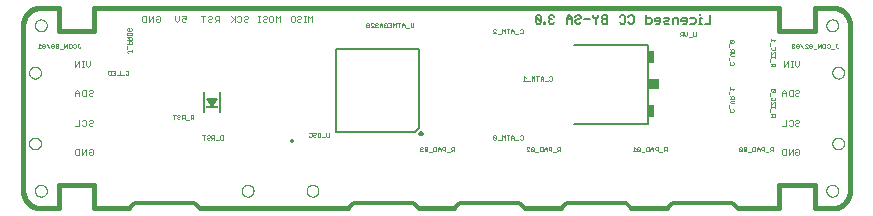
<source format=gbo>
G75*
%MOIN*%
%OFA0B0*%
%FSLAX25Y25*%
%IPPOS*%
%LPD*%
%AMOC8*
5,1,8,0,0,1.08239X$1,22.5*
%
%ADD10C,0.01600*%
%ADD11C,0.00000*%
%ADD12C,0.01200*%
%ADD13C,0.00400*%
%ADD14C,0.00200*%
%ADD15C,0.00500*%
%ADD16C,0.00600*%
%ADD17R,0.02362X0.04488*%
%ADD18R,0.03937X0.03465*%
%ADD19C,0.00800*%
%ADD20R,0.03937X0.00787*%
D10*
X0049997Y0025656D02*
X0055902Y0025656D01*
X0055902Y0033530D01*
X0067713Y0033530D01*
X0067713Y0025656D01*
X0079524Y0025656D01*
X0103146Y0025656D02*
X0152359Y0025656D01*
X0175981Y0025656D02*
X0187792Y0025656D01*
X0211414Y0025656D02*
X0223225Y0025656D01*
X0246847Y0025656D02*
X0258658Y0025656D01*
X0282280Y0025656D02*
X0296060Y0025656D01*
X0296060Y0033530D01*
X0307871Y0033530D01*
X0307871Y0025656D01*
X0313776Y0025656D01*
X0313776Y0025655D02*
X0313928Y0025657D01*
X0314080Y0025663D01*
X0314232Y0025673D01*
X0314383Y0025686D01*
X0314534Y0025704D01*
X0314685Y0025725D01*
X0314835Y0025751D01*
X0314984Y0025780D01*
X0315133Y0025813D01*
X0315280Y0025850D01*
X0315427Y0025890D01*
X0315572Y0025935D01*
X0315716Y0025983D01*
X0315859Y0026035D01*
X0316001Y0026090D01*
X0316141Y0026149D01*
X0316280Y0026212D01*
X0316417Y0026278D01*
X0316552Y0026348D01*
X0316685Y0026421D01*
X0316816Y0026498D01*
X0316946Y0026578D01*
X0317073Y0026661D01*
X0317198Y0026747D01*
X0317321Y0026837D01*
X0317441Y0026930D01*
X0317559Y0027026D01*
X0317675Y0027125D01*
X0317788Y0027227D01*
X0317898Y0027331D01*
X0318006Y0027439D01*
X0318110Y0027549D01*
X0318212Y0027662D01*
X0318311Y0027778D01*
X0318407Y0027896D01*
X0318500Y0028016D01*
X0318590Y0028139D01*
X0318676Y0028264D01*
X0318759Y0028391D01*
X0318839Y0028521D01*
X0318916Y0028652D01*
X0318989Y0028785D01*
X0319059Y0028920D01*
X0319125Y0029057D01*
X0319188Y0029196D01*
X0319247Y0029336D01*
X0319302Y0029478D01*
X0319354Y0029621D01*
X0319402Y0029765D01*
X0319447Y0029910D01*
X0319487Y0030057D01*
X0319524Y0030204D01*
X0319557Y0030353D01*
X0319586Y0030502D01*
X0319612Y0030652D01*
X0319633Y0030803D01*
X0319651Y0030954D01*
X0319664Y0031105D01*
X0319674Y0031257D01*
X0319680Y0031409D01*
X0319682Y0031561D01*
X0319682Y0086679D01*
X0319680Y0086831D01*
X0319674Y0086983D01*
X0319664Y0087135D01*
X0319651Y0087286D01*
X0319633Y0087437D01*
X0319612Y0087588D01*
X0319586Y0087738D01*
X0319557Y0087887D01*
X0319524Y0088036D01*
X0319487Y0088183D01*
X0319447Y0088330D01*
X0319402Y0088475D01*
X0319354Y0088619D01*
X0319302Y0088762D01*
X0319247Y0088904D01*
X0319188Y0089044D01*
X0319125Y0089183D01*
X0319059Y0089320D01*
X0318989Y0089455D01*
X0318916Y0089588D01*
X0318839Y0089719D01*
X0318759Y0089849D01*
X0318676Y0089976D01*
X0318590Y0090101D01*
X0318500Y0090224D01*
X0318407Y0090344D01*
X0318311Y0090462D01*
X0318212Y0090578D01*
X0318110Y0090691D01*
X0318006Y0090801D01*
X0317898Y0090909D01*
X0317788Y0091013D01*
X0317675Y0091115D01*
X0317559Y0091214D01*
X0317441Y0091310D01*
X0317321Y0091403D01*
X0317198Y0091493D01*
X0317073Y0091579D01*
X0316946Y0091662D01*
X0316816Y0091742D01*
X0316685Y0091819D01*
X0316552Y0091892D01*
X0316417Y0091962D01*
X0316280Y0092028D01*
X0316141Y0092091D01*
X0316001Y0092150D01*
X0315859Y0092205D01*
X0315716Y0092257D01*
X0315572Y0092305D01*
X0315427Y0092350D01*
X0315280Y0092390D01*
X0315133Y0092427D01*
X0314984Y0092460D01*
X0314835Y0092489D01*
X0314685Y0092515D01*
X0314534Y0092536D01*
X0314383Y0092554D01*
X0314232Y0092567D01*
X0314080Y0092577D01*
X0313928Y0092583D01*
X0313776Y0092585D01*
X0307871Y0092585D01*
X0307871Y0084711D01*
X0296060Y0084711D01*
X0296060Y0092585D01*
X0067713Y0092585D01*
X0067713Y0084711D01*
X0055902Y0084711D01*
X0055902Y0092585D01*
X0049997Y0092585D01*
X0049845Y0092583D01*
X0049693Y0092577D01*
X0049541Y0092567D01*
X0049390Y0092554D01*
X0049239Y0092536D01*
X0049088Y0092515D01*
X0048938Y0092489D01*
X0048789Y0092460D01*
X0048640Y0092427D01*
X0048493Y0092390D01*
X0048346Y0092350D01*
X0048201Y0092305D01*
X0048057Y0092257D01*
X0047914Y0092205D01*
X0047772Y0092150D01*
X0047632Y0092091D01*
X0047493Y0092028D01*
X0047356Y0091962D01*
X0047221Y0091892D01*
X0047088Y0091819D01*
X0046957Y0091742D01*
X0046827Y0091662D01*
X0046700Y0091579D01*
X0046575Y0091493D01*
X0046452Y0091403D01*
X0046332Y0091310D01*
X0046214Y0091214D01*
X0046098Y0091115D01*
X0045985Y0091013D01*
X0045875Y0090909D01*
X0045767Y0090801D01*
X0045663Y0090691D01*
X0045561Y0090578D01*
X0045462Y0090462D01*
X0045366Y0090344D01*
X0045273Y0090224D01*
X0045183Y0090101D01*
X0045097Y0089976D01*
X0045014Y0089849D01*
X0044934Y0089719D01*
X0044857Y0089588D01*
X0044784Y0089455D01*
X0044714Y0089320D01*
X0044648Y0089183D01*
X0044585Y0089044D01*
X0044526Y0088904D01*
X0044471Y0088762D01*
X0044419Y0088619D01*
X0044371Y0088475D01*
X0044326Y0088330D01*
X0044286Y0088183D01*
X0044249Y0088036D01*
X0044216Y0087887D01*
X0044187Y0087738D01*
X0044161Y0087588D01*
X0044140Y0087437D01*
X0044122Y0087286D01*
X0044109Y0087135D01*
X0044099Y0086983D01*
X0044093Y0086831D01*
X0044091Y0086679D01*
X0044091Y0031561D01*
X0044093Y0031409D01*
X0044099Y0031257D01*
X0044109Y0031105D01*
X0044122Y0030954D01*
X0044140Y0030803D01*
X0044161Y0030652D01*
X0044187Y0030502D01*
X0044216Y0030353D01*
X0044249Y0030204D01*
X0044286Y0030057D01*
X0044326Y0029910D01*
X0044371Y0029765D01*
X0044419Y0029621D01*
X0044471Y0029478D01*
X0044526Y0029336D01*
X0044585Y0029196D01*
X0044648Y0029057D01*
X0044714Y0028920D01*
X0044784Y0028785D01*
X0044857Y0028652D01*
X0044934Y0028521D01*
X0045014Y0028391D01*
X0045097Y0028264D01*
X0045183Y0028139D01*
X0045273Y0028016D01*
X0045366Y0027896D01*
X0045462Y0027778D01*
X0045561Y0027662D01*
X0045663Y0027549D01*
X0045767Y0027439D01*
X0045875Y0027331D01*
X0045985Y0027227D01*
X0046098Y0027125D01*
X0046214Y0027026D01*
X0046332Y0026930D01*
X0046452Y0026837D01*
X0046575Y0026747D01*
X0046700Y0026661D01*
X0046827Y0026578D01*
X0046957Y0026498D01*
X0047088Y0026421D01*
X0047221Y0026348D01*
X0047356Y0026278D01*
X0047493Y0026212D01*
X0047632Y0026149D01*
X0047772Y0026090D01*
X0047914Y0026035D01*
X0048057Y0025983D01*
X0048201Y0025935D01*
X0048346Y0025890D01*
X0048493Y0025850D01*
X0048640Y0025813D01*
X0048789Y0025780D01*
X0048938Y0025751D01*
X0049088Y0025725D01*
X0049239Y0025704D01*
X0049390Y0025686D01*
X0049541Y0025673D01*
X0049693Y0025663D01*
X0049845Y0025657D01*
X0049997Y0025655D01*
D11*
X0048028Y0031561D02*
X0048030Y0031649D01*
X0048036Y0031737D01*
X0048046Y0031825D01*
X0048060Y0031913D01*
X0048077Y0031999D01*
X0048099Y0032085D01*
X0048124Y0032169D01*
X0048154Y0032253D01*
X0048186Y0032335D01*
X0048223Y0032415D01*
X0048263Y0032494D01*
X0048307Y0032571D01*
X0048354Y0032646D01*
X0048404Y0032718D01*
X0048458Y0032789D01*
X0048514Y0032856D01*
X0048574Y0032922D01*
X0048636Y0032984D01*
X0048702Y0033044D01*
X0048769Y0033100D01*
X0048840Y0033154D01*
X0048912Y0033204D01*
X0048987Y0033251D01*
X0049064Y0033295D01*
X0049143Y0033335D01*
X0049223Y0033372D01*
X0049305Y0033404D01*
X0049389Y0033434D01*
X0049473Y0033459D01*
X0049559Y0033481D01*
X0049645Y0033498D01*
X0049733Y0033512D01*
X0049821Y0033522D01*
X0049909Y0033528D01*
X0049997Y0033530D01*
X0050085Y0033528D01*
X0050173Y0033522D01*
X0050261Y0033512D01*
X0050349Y0033498D01*
X0050435Y0033481D01*
X0050521Y0033459D01*
X0050605Y0033434D01*
X0050689Y0033404D01*
X0050771Y0033372D01*
X0050851Y0033335D01*
X0050930Y0033295D01*
X0051007Y0033251D01*
X0051082Y0033204D01*
X0051154Y0033154D01*
X0051225Y0033100D01*
X0051292Y0033044D01*
X0051358Y0032984D01*
X0051420Y0032922D01*
X0051480Y0032856D01*
X0051536Y0032789D01*
X0051590Y0032718D01*
X0051640Y0032646D01*
X0051687Y0032571D01*
X0051731Y0032494D01*
X0051771Y0032415D01*
X0051808Y0032335D01*
X0051840Y0032253D01*
X0051870Y0032169D01*
X0051895Y0032085D01*
X0051917Y0031999D01*
X0051934Y0031913D01*
X0051948Y0031825D01*
X0051958Y0031737D01*
X0051964Y0031649D01*
X0051966Y0031561D01*
X0051964Y0031473D01*
X0051958Y0031385D01*
X0051948Y0031297D01*
X0051934Y0031209D01*
X0051917Y0031123D01*
X0051895Y0031037D01*
X0051870Y0030953D01*
X0051840Y0030869D01*
X0051808Y0030787D01*
X0051771Y0030707D01*
X0051731Y0030628D01*
X0051687Y0030551D01*
X0051640Y0030476D01*
X0051590Y0030404D01*
X0051536Y0030333D01*
X0051480Y0030266D01*
X0051420Y0030200D01*
X0051358Y0030138D01*
X0051292Y0030078D01*
X0051225Y0030022D01*
X0051154Y0029968D01*
X0051082Y0029918D01*
X0051007Y0029871D01*
X0050930Y0029827D01*
X0050851Y0029787D01*
X0050771Y0029750D01*
X0050689Y0029718D01*
X0050605Y0029688D01*
X0050521Y0029663D01*
X0050435Y0029641D01*
X0050349Y0029624D01*
X0050261Y0029610D01*
X0050173Y0029600D01*
X0050085Y0029594D01*
X0049997Y0029592D01*
X0049909Y0029594D01*
X0049821Y0029600D01*
X0049733Y0029610D01*
X0049645Y0029624D01*
X0049559Y0029641D01*
X0049473Y0029663D01*
X0049389Y0029688D01*
X0049305Y0029718D01*
X0049223Y0029750D01*
X0049143Y0029787D01*
X0049064Y0029827D01*
X0048987Y0029871D01*
X0048912Y0029918D01*
X0048840Y0029968D01*
X0048769Y0030022D01*
X0048702Y0030078D01*
X0048636Y0030138D01*
X0048574Y0030200D01*
X0048514Y0030266D01*
X0048458Y0030333D01*
X0048404Y0030404D01*
X0048354Y0030476D01*
X0048307Y0030551D01*
X0048263Y0030628D01*
X0048223Y0030707D01*
X0048186Y0030787D01*
X0048154Y0030869D01*
X0048124Y0030953D01*
X0048099Y0031037D01*
X0048077Y0031123D01*
X0048060Y0031209D01*
X0048046Y0031297D01*
X0048036Y0031385D01*
X0048030Y0031473D01*
X0048028Y0031561D01*
X0046059Y0047309D02*
X0046061Y0047397D01*
X0046067Y0047485D01*
X0046077Y0047573D01*
X0046091Y0047661D01*
X0046108Y0047747D01*
X0046130Y0047833D01*
X0046155Y0047917D01*
X0046185Y0048001D01*
X0046217Y0048083D01*
X0046254Y0048163D01*
X0046294Y0048242D01*
X0046338Y0048319D01*
X0046385Y0048394D01*
X0046435Y0048466D01*
X0046489Y0048537D01*
X0046545Y0048604D01*
X0046605Y0048670D01*
X0046667Y0048732D01*
X0046733Y0048792D01*
X0046800Y0048848D01*
X0046871Y0048902D01*
X0046943Y0048952D01*
X0047018Y0048999D01*
X0047095Y0049043D01*
X0047174Y0049083D01*
X0047254Y0049120D01*
X0047336Y0049152D01*
X0047420Y0049182D01*
X0047504Y0049207D01*
X0047590Y0049229D01*
X0047676Y0049246D01*
X0047764Y0049260D01*
X0047852Y0049270D01*
X0047940Y0049276D01*
X0048028Y0049278D01*
X0048116Y0049276D01*
X0048204Y0049270D01*
X0048292Y0049260D01*
X0048380Y0049246D01*
X0048466Y0049229D01*
X0048552Y0049207D01*
X0048636Y0049182D01*
X0048720Y0049152D01*
X0048802Y0049120D01*
X0048882Y0049083D01*
X0048961Y0049043D01*
X0049038Y0048999D01*
X0049113Y0048952D01*
X0049185Y0048902D01*
X0049256Y0048848D01*
X0049323Y0048792D01*
X0049389Y0048732D01*
X0049451Y0048670D01*
X0049511Y0048604D01*
X0049567Y0048537D01*
X0049621Y0048466D01*
X0049671Y0048394D01*
X0049718Y0048319D01*
X0049762Y0048242D01*
X0049802Y0048163D01*
X0049839Y0048083D01*
X0049871Y0048001D01*
X0049901Y0047917D01*
X0049926Y0047833D01*
X0049948Y0047747D01*
X0049965Y0047661D01*
X0049979Y0047573D01*
X0049989Y0047485D01*
X0049995Y0047397D01*
X0049997Y0047309D01*
X0049995Y0047221D01*
X0049989Y0047133D01*
X0049979Y0047045D01*
X0049965Y0046957D01*
X0049948Y0046871D01*
X0049926Y0046785D01*
X0049901Y0046701D01*
X0049871Y0046617D01*
X0049839Y0046535D01*
X0049802Y0046455D01*
X0049762Y0046376D01*
X0049718Y0046299D01*
X0049671Y0046224D01*
X0049621Y0046152D01*
X0049567Y0046081D01*
X0049511Y0046014D01*
X0049451Y0045948D01*
X0049389Y0045886D01*
X0049323Y0045826D01*
X0049256Y0045770D01*
X0049185Y0045716D01*
X0049113Y0045666D01*
X0049038Y0045619D01*
X0048961Y0045575D01*
X0048882Y0045535D01*
X0048802Y0045498D01*
X0048720Y0045466D01*
X0048636Y0045436D01*
X0048552Y0045411D01*
X0048466Y0045389D01*
X0048380Y0045372D01*
X0048292Y0045358D01*
X0048204Y0045348D01*
X0048116Y0045342D01*
X0048028Y0045340D01*
X0047940Y0045342D01*
X0047852Y0045348D01*
X0047764Y0045358D01*
X0047676Y0045372D01*
X0047590Y0045389D01*
X0047504Y0045411D01*
X0047420Y0045436D01*
X0047336Y0045466D01*
X0047254Y0045498D01*
X0047174Y0045535D01*
X0047095Y0045575D01*
X0047018Y0045619D01*
X0046943Y0045666D01*
X0046871Y0045716D01*
X0046800Y0045770D01*
X0046733Y0045826D01*
X0046667Y0045886D01*
X0046605Y0045948D01*
X0046545Y0046014D01*
X0046489Y0046081D01*
X0046435Y0046152D01*
X0046385Y0046224D01*
X0046338Y0046299D01*
X0046294Y0046376D01*
X0046254Y0046455D01*
X0046217Y0046535D01*
X0046185Y0046617D01*
X0046155Y0046701D01*
X0046130Y0046785D01*
X0046108Y0046871D01*
X0046091Y0046957D01*
X0046077Y0047045D01*
X0046067Y0047133D01*
X0046061Y0047221D01*
X0046059Y0047309D01*
X0046059Y0070931D02*
X0046061Y0071019D01*
X0046067Y0071107D01*
X0046077Y0071195D01*
X0046091Y0071283D01*
X0046108Y0071369D01*
X0046130Y0071455D01*
X0046155Y0071539D01*
X0046185Y0071623D01*
X0046217Y0071705D01*
X0046254Y0071785D01*
X0046294Y0071864D01*
X0046338Y0071941D01*
X0046385Y0072016D01*
X0046435Y0072088D01*
X0046489Y0072159D01*
X0046545Y0072226D01*
X0046605Y0072292D01*
X0046667Y0072354D01*
X0046733Y0072414D01*
X0046800Y0072470D01*
X0046871Y0072524D01*
X0046943Y0072574D01*
X0047018Y0072621D01*
X0047095Y0072665D01*
X0047174Y0072705D01*
X0047254Y0072742D01*
X0047336Y0072774D01*
X0047420Y0072804D01*
X0047504Y0072829D01*
X0047590Y0072851D01*
X0047676Y0072868D01*
X0047764Y0072882D01*
X0047852Y0072892D01*
X0047940Y0072898D01*
X0048028Y0072900D01*
X0048116Y0072898D01*
X0048204Y0072892D01*
X0048292Y0072882D01*
X0048380Y0072868D01*
X0048466Y0072851D01*
X0048552Y0072829D01*
X0048636Y0072804D01*
X0048720Y0072774D01*
X0048802Y0072742D01*
X0048882Y0072705D01*
X0048961Y0072665D01*
X0049038Y0072621D01*
X0049113Y0072574D01*
X0049185Y0072524D01*
X0049256Y0072470D01*
X0049323Y0072414D01*
X0049389Y0072354D01*
X0049451Y0072292D01*
X0049511Y0072226D01*
X0049567Y0072159D01*
X0049621Y0072088D01*
X0049671Y0072016D01*
X0049718Y0071941D01*
X0049762Y0071864D01*
X0049802Y0071785D01*
X0049839Y0071705D01*
X0049871Y0071623D01*
X0049901Y0071539D01*
X0049926Y0071455D01*
X0049948Y0071369D01*
X0049965Y0071283D01*
X0049979Y0071195D01*
X0049989Y0071107D01*
X0049995Y0071019D01*
X0049997Y0070931D01*
X0049995Y0070843D01*
X0049989Y0070755D01*
X0049979Y0070667D01*
X0049965Y0070579D01*
X0049948Y0070493D01*
X0049926Y0070407D01*
X0049901Y0070323D01*
X0049871Y0070239D01*
X0049839Y0070157D01*
X0049802Y0070077D01*
X0049762Y0069998D01*
X0049718Y0069921D01*
X0049671Y0069846D01*
X0049621Y0069774D01*
X0049567Y0069703D01*
X0049511Y0069636D01*
X0049451Y0069570D01*
X0049389Y0069508D01*
X0049323Y0069448D01*
X0049256Y0069392D01*
X0049185Y0069338D01*
X0049113Y0069288D01*
X0049038Y0069241D01*
X0048961Y0069197D01*
X0048882Y0069157D01*
X0048802Y0069120D01*
X0048720Y0069088D01*
X0048636Y0069058D01*
X0048552Y0069033D01*
X0048466Y0069011D01*
X0048380Y0068994D01*
X0048292Y0068980D01*
X0048204Y0068970D01*
X0048116Y0068964D01*
X0048028Y0068962D01*
X0047940Y0068964D01*
X0047852Y0068970D01*
X0047764Y0068980D01*
X0047676Y0068994D01*
X0047590Y0069011D01*
X0047504Y0069033D01*
X0047420Y0069058D01*
X0047336Y0069088D01*
X0047254Y0069120D01*
X0047174Y0069157D01*
X0047095Y0069197D01*
X0047018Y0069241D01*
X0046943Y0069288D01*
X0046871Y0069338D01*
X0046800Y0069392D01*
X0046733Y0069448D01*
X0046667Y0069508D01*
X0046605Y0069570D01*
X0046545Y0069636D01*
X0046489Y0069703D01*
X0046435Y0069774D01*
X0046385Y0069846D01*
X0046338Y0069921D01*
X0046294Y0069998D01*
X0046254Y0070077D01*
X0046217Y0070157D01*
X0046185Y0070239D01*
X0046155Y0070323D01*
X0046130Y0070407D01*
X0046108Y0070493D01*
X0046091Y0070579D01*
X0046077Y0070667D01*
X0046067Y0070755D01*
X0046061Y0070843D01*
X0046059Y0070931D01*
X0048028Y0086679D02*
X0048030Y0086767D01*
X0048036Y0086855D01*
X0048046Y0086943D01*
X0048060Y0087031D01*
X0048077Y0087117D01*
X0048099Y0087203D01*
X0048124Y0087287D01*
X0048154Y0087371D01*
X0048186Y0087453D01*
X0048223Y0087533D01*
X0048263Y0087612D01*
X0048307Y0087689D01*
X0048354Y0087764D01*
X0048404Y0087836D01*
X0048458Y0087907D01*
X0048514Y0087974D01*
X0048574Y0088040D01*
X0048636Y0088102D01*
X0048702Y0088162D01*
X0048769Y0088218D01*
X0048840Y0088272D01*
X0048912Y0088322D01*
X0048987Y0088369D01*
X0049064Y0088413D01*
X0049143Y0088453D01*
X0049223Y0088490D01*
X0049305Y0088522D01*
X0049389Y0088552D01*
X0049473Y0088577D01*
X0049559Y0088599D01*
X0049645Y0088616D01*
X0049733Y0088630D01*
X0049821Y0088640D01*
X0049909Y0088646D01*
X0049997Y0088648D01*
X0050085Y0088646D01*
X0050173Y0088640D01*
X0050261Y0088630D01*
X0050349Y0088616D01*
X0050435Y0088599D01*
X0050521Y0088577D01*
X0050605Y0088552D01*
X0050689Y0088522D01*
X0050771Y0088490D01*
X0050851Y0088453D01*
X0050930Y0088413D01*
X0051007Y0088369D01*
X0051082Y0088322D01*
X0051154Y0088272D01*
X0051225Y0088218D01*
X0051292Y0088162D01*
X0051358Y0088102D01*
X0051420Y0088040D01*
X0051480Y0087974D01*
X0051536Y0087907D01*
X0051590Y0087836D01*
X0051640Y0087764D01*
X0051687Y0087689D01*
X0051731Y0087612D01*
X0051771Y0087533D01*
X0051808Y0087453D01*
X0051840Y0087371D01*
X0051870Y0087287D01*
X0051895Y0087203D01*
X0051917Y0087117D01*
X0051934Y0087031D01*
X0051948Y0086943D01*
X0051958Y0086855D01*
X0051964Y0086767D01*
X0051966Y0086679D01*
X0051964Y0086591D01*
X0051958Y0086503D01*
X0051948Y0086415D01*
X0051934Y0086327D01*
X0051917Y0086241D01*
X0051895Y0086155D01*
X0051870Y0086071D01*
X0051840Y0085987D01*
X0051808Y0085905D01*
X0051771Y0085825D01*
X0051731Y0085746D01*
X0051687Y0085669D01*
X0051640Y0085594D01*
X0051590Y0085522D01*
X0051536Y0085451D01*
X0051480Y0085384D01*
X0051420Y0085318D01*
X0051358Y0085256D01*
X0051292Y0085196D01*
X0051225Y0085140D01*
X0051154Y0085086D01*
X0051082Y0085036D01*
X0051007Y0084989D01*
X0050930Y0084945D01*
X0050851Y0084905D01*
X0050771Y0084868D01*
X0050689Y0084836D01*
X0050605Y0084806D01*
X0050521Y0084781D01*
X0050435Y0084759D01*
X0050349Y0084742D01*
X0050261Y0084728D01*
X0050173Y0084718D01*
X0050085Y0084712D01*
X0049997Y0084710D01*
X0049909Y0084712D01*
X0049821Y0084718D01*
X0049733Y0084728D01*
X0049645Y0084742D01*
X0049559Y0084759D01*
X0049473Y0084781D01*
X0049389Y0084806D01*
X0049305Y0084836D01*
X0049223Y0084868D01*
X0049143Y0084905D01*
X0049064Y0084945D01*
X0048987Y0084989D01*
X0048912Y0085036D01*
X0048840Y0085086D01*
X0048769Y0085140D01*
X0048702Y0085196D01*
X0048636Y0085256D01*
X0048574Y0085318D01*
X0048514Y0085384D01*
X0048458Y0085451D01*
X0048404Y0085522D01*
X0048354Y0085594D01*
X0048307Y0085669D01*
X0048263Y0085746D01*
X0048223Y0085825D01*
X0048186Y0085905D01*
X0048154Y0085987D01*
X0048124Y0086071D01*
X0048099Y0086155D01*
X0048077Y0086241D01*
X0048060Y0086327D01*
X0048046Y0086415D01*
X0048036Y0086503D01*
X0048030Y0086591D01*
X0048028Y0086679D01*
X0116925Y0031561D02*
X0116927Y0031649D01*
X0116933Y0031737D01*
X0116943Y0031825D01*
X0116957Y0031913D01*
X0116974Y0031999D01*
X0116996Y0032085D01*
X0117021Y0032169D01*
X0117051Y0032253D01*
X0117083Y0032335D01*
X0117120Y0032415D01*
X0117160Y0032494D01*
X0117204Y0032571D01*
X0117251Y0032646D01*
X0117301Y0032718D01*
X0117355Y0032789D01*
X0117411Y0032856D01*
X0117471Y0032922D01*
X0117533Y0032984D01*
X0117599Y0033044D01*
X0117666Y0033100D01*
X0117737Y0033154D01*
X0117809Y0033204D01*
X0117884Y0033251D01*
X0117961Y0033295D01*
X0118040Y0033335D01*
X0118120Y0033372D01*
X0118202Y0033404D01*
X0118286Y0033434D01*
X0118370Y0033459D01*
X0118456Y0033481D01*
X0118542Y0033498D01*
X0118630Y0033512D01*
X0118718Y0033522D01*
X0118806Y0033528D01*
X0118894Y0033530D01*
X0118982Y0033528D01*
X0119070Y0033522D01*
X0119158Y0033512D01*
X0119246Y0033498D01*
X0119332Y0033481D01*
X0119418Y0033459D01*
X0119502Y0033434D01*
X0119586Y0033404D01*
X0119668Y0033372D01*
X0119748Y0033335D01*
X0119827Y0033295D01*
X0119904Y0033251D01*
X0119979Y0033204D01*
X0120051Y0033154D01*
X0120122Y0033100D01*
X0120189Y0033044D01*
X0120255Y0032984D01*
X0120317Y0032922D01*
X0120377Y0032856D01*
X0120433Y0032789D01*
X0120487Y0032718D01*
X0120537Y0032646D01*
X0120584Y0032571D01*
X0120628Y0032494D01*
X0120668Y0032415D01*
X0120705Y0032335D01*
X0120737Y0032253D01*
X0120767Y0032169D01*
X0120792Y0032085D01*
X0120814Y0031999D01*
X0120831Y0031913D01*
X0120845Y0031825D01*
X0120855Y0031737D01*
X0120861Y0031649D01*
X0120863Y0031561D01*
X0120861Y0031473D01*
X0120855Y0031385D01*
X0120845Y0031297D01*
X0120831Y0031209D01*
X0120814Y0031123D01*
X0120792Y0031037D01*
X0120767Y0030953D01*
X0120737Y0030869D01*
X0120705Y0030787D01*
X0120668Y0030707D01*
X0120628Y0030628D01*
X0120584Y0030551D01*
X0120537Y0030476D01*
X0120487Y0030404D01*
X0120433Y0030333D01*
X0120377Y0030266D01*
X0120317Y0030200D01*
X0120255Y0030138D01*
X0120189Y0030078D01*
X0120122Y0030022D01*
X0120051Y0029968D01*
X0119979Y0029918D01*
X0119904Y0029871D01*
X0119827Y0029827D01*
X0119748Y0029787D01*
X0119668Y0029750D01*
X0119586Y0029718D01*
X0119502Y0029688D01*
X0119418Y0029663D01*
X0119332Y0029641D01*
X0119246Y0029624D01*
X0119158Y0029610D01*
X0119070Y0029600D01*
X0118982Y0029594D01*
X0118894Y0029592D01*
X0118806Y0029594D01*
X0118718Y0029600D01*
X0118630Y0029610D01*
X0118542Y0029624D01*
X0118456Y0029641D01*
X0118370Y0029663D01*
X0118286Y0029688D01*
X0118202Y0029718D01*
X0118120Y0029750D01*
X0118040Y0029787D01*
X0117961Y0029827D01*
X0117884Y0029871D01*
X0117809Y0029918D01*
X0117737Y0029968D01*
X0117666Y0030022D01*
X0117599Y0030078D01*
X0117533Y0030138D01*
X0117471Y0030200D01*
X0117411Y0030266D01*
X0117355Y0030333D01*
X0117301Y0030404D01*
X0117251Y0030476D01*
X0117204Y0030551D01*
X0117160Y0030628D01*
X0117120Y0030707D01*
X0117083Y0030787D01*
X0117051Y0030869D01*
X0117021Y0030953D01*
X0116996Y0031037D01*
X0116974Y0031123D01*
X0116957Y0031209D01*
X0116943Y0031297D01*
X0116933Y0031385D01*
X0116927Y0031473D01*
X0116925Y0031561D01*
X0138579Y0031561D02*
X0138581Y0031649D01*
X0138587Y0031737D01*
X0138597Y0031825D01*
X0138611Y0031913D01*
X0138628Y0031999D01*
X0138650Y0032085D01*
X0138675Y0032169D01*
X0138705Y0032253D01*
X0138737Y0032335D01*
X0138774Y0032415D01*
X0138814Y0032494D01*
X0138858Y0032571D01*
X0138905Y0032646D01*
X0138955Y0032718D01*
X0139009Y0032789D01*
X0139065Y0032856D01*
X0139125Y0032922D01*
X0139187Y0032984D01*
X0139253Y0033044D01*
X0139320Y0033100D01*
X0139391Y0033154D01*
X0139463Y0033204D01*
X0139538Y0033251D01*
X0139615Y0033295D01*
X0139694Y0033335D01*
X0139774Y0033372D01*
X0139856Y0033404D01*
X0139940Y0033434D01*
X0140024Y0033459D01*
X0140110Y0033481D01*
X0140196Y0033498D01*
X0140284Y0033512D01*
X0140372Y0033522D01*
X0140460Y0033528D01*
X0140548Y0033530D01*
X0140636Y0033528D01*
X0140724Y0033522D01*
X0140812Y0033512D01*
X0140900Y0033498D01*
X0140986Y0033481D01*
X0141072Y0033459D01*
X0141156Y0033434D01*
X0141240Y0033404D01*
X0141322Y0033372D01*
X0141402Y0033335D01*
X0141481Y0033295D01*
X0141558Y0033251D01*
X0141633Y0033204D01*
X0141705Y0033154D01*
X0141776Y0033100D01*
X0141843Y0033044D01*
X0141909Y0032984D01*
X0141971Y0032922D01*
X0142031Y0032856D01*
X0142087Y0032789D01*
X0142141Y0032718D01*
X0142191Y0032646D01*
X0142238Y0032571D01*
X0142282Y0032494D01*
X0142322Y0032415D01*
X0142359Y0032335D01*
X0142391Y0032253D01*
X0142421Y0032169D01*
X0142446Y0032085D01*
X0142468Y0031999D01*
X0142485Y0031913D01*
X0142499Y0031825D01*
X0142509Y0031737D01*
X0142515Y0031649D01*
X0142517Y0031561D01*
X0142515Y0031473D01*
X0142509Y0031385D01*
X0142499Y0031297D01*
X0142485Y0031209D01*
X0142468Y0031123D01*
X0142446Y0031037D01*
X0142421Y0030953D01*
X0142391Y0030869D01*
X0142359Y0030787D01*
X0142322Y0030707D01*
X0142282Y0030628D01*
X0142238Y0030551D01*
X0142191Y0030476D01*
X0142141Y0030404D01*
X0142087Y0030333D01*
X0142031Y0030266D01*
X0141971Y0030200D01*
X0141909Y0030138D01*
X0141843Y0030078D01*
X0141776Y0030022D01*
X0141705Y0029968D01*
X0141633Y0029918D01*
X0141558Y0029871D01*
X0141481Y0029827D01*
X0141402Y0029787D01*
X0141322Y0029750D01*
X0141240Y0029718D01*
X0141156Y0029688D01*
X0141072Y0029663D01*
X0140986Y0029641D01*
X0140900Y0029624D01*
X0140812Y0029610D01*
X0140724Y0029600D01*
X0140636Y0029594D01*
X0140548Y0029592D01*
X0140460Y0029594D01*
X0140372Y0029600D01*
X0140284Y0029610D01*
X0140196Y0029624D01*
X0140110Y0029641D01*
X0140024Y0029663D01*
X0139940Y0029688D01*
X0139856Y0029718D01*
X0139774Y0029750D01*
X0139694Y0029787D01*
X0139615Y0029827D01*
X0139538Y0029871D01*
X0139463Y0029918D01*
X0139391Y0029968D01*
X0139320Y0030022D01*
X0139253Y0030078D01*
X0139187Y0030138D01*
X0139125Y0030200D01*
X0139065Y0030266D01*
X0139009Y0030333D01*
X0138955Y0030404D01*
X0138905Y0030476D01*
X0138858Y0030551D01*
X0138814Y0030628D01*
X0138774Y0030707D01*
X0138737Y0030787D01*
X0138705Y0030869D01*
X0138675Y0030953D01*
X0138650Y0031037D01*
X0138628Y0031123D01*
X0138611Y0031209D01*
X0138597Y0031297D01*
X0138587Y0031385D01*
X0138581Y0031473D01*
X0138579Y0031561D01*
X0311807Y0031561D02*
X0311809Y0031649D01*
X0311815Y0031737D01*
X0311825Y0031825D01*
X0311839Y0031913D01*
X0311856Y0031999D01*
X0311878Y0032085D01*
X0311903Y0032169D01*
X0311933Y0032253D01*
X0311965Y0032335D01*
X0312002Y0032415D01*
X0312042Y0032494D01*
X0312086Y0032571D01*
X0312133Y0032646D01*
X0312183Y0032718D01*
X0312237Y0032789D01*
X0312293Y0032856D01*
X0312353Y0032922D01*
X0312415Y0032984D01*
X0312481Y0033044D01*
X0312548Y0033100D01*
X0312619Y0033154D01*
X0312691Y0033204D01*
X0312766Y0033251D01*
X0312843Y0033295D01*
X0312922Y0033335D01*
X0313002Y0033372D01*
X0313084Y0033404D01*
X0313168Y0033434D01*
X0313252Y0033459D01*
X0313338Y0033481D01*
X0313424Y0033498D01*
X0313512Y0033512D01*
X0313600Y0033522D01*
X0313688Y0033528D01*
X0313776Y0033530D01*
X0313864Y0033528D01*
X0313952Y0033522D01*
X0314040Y0033512D01*
X0314128Y0033498D01*
X0314214Y0033481D01*
X0314300Y0033459D01*
X0314384Y0033434D01*
X0314468Y0033404D01*
X0314550Y0033372D01*
X0314630Y0033335D01*
X0314709Y0033295D01*
X0314786Y0033251D01*
X0314861Y0033204D01*
X0314933Y0033154D01*
X0315004Y0033100D01*
X0315071Y0033044D01*
X0315137Y0032984D01*
X0315199Y0032922D01*
X0315259Y0032856D01*
X0315315Y0032789D01*
X0315369Y0032718D01*
X0315419Y0032646D01*
X0315466Y0032571D01*
X0315510Y0032494D01*
X0315550Y0032415D01*
X0315587Y0032335D01*
X0315619Y0032253D01*
X0315649Y0032169D01*
X0315674Y0032085D01*
X0315696Y0031999D01*
X0315713Y0031913D01*
X0315727Y0031825D01*
X0315737Y0031737D01*
X0315743Y0031649D01*
X0315745Y0031561D01*
X0315743Y0031473D01*
X0315737Y0031385D01*
X0315727Y0031297D01*
X0315713Y0031209D01*
X0315696Y0031123D01*
X0315674Y0031037D01*
X0315649Y0030953D01*
X0315619Y0030869D01*
X0315587Y0030787D01*
X0315550Y0030707D01*
X0315510Y0030628D01*
X0315466Y0030551D01*
X0315419Y0030476D01*
X0315369Y0030404D01*
X0315315Y0030333D01*
X0315259Y0030266D01*
X0315199Y0030200D01*
X0315137Y0030138D01*
X0315071Y0030078D01*
X0315004Y0030022D01*
X0314933Y0029968D01*
X0314861Y0029918D01*
X0314786Y0029871D01*
X0314709Y0029827D01*
X0314630Y0029787D01*
X0314550Y0029750D01*
X0314468Y0029718D01*
X0314384Y0029688D01*
X0314300Y0029663D01*
X0314214Y0029641D01*
X0314128Y0029624D01*
X0314040Y0029610D01*
X0313952Y0029600D01*
X0313864Y0029594D01*
X0313776Y0029592D01*
X0313688Y0029594D01*
X0313600Y0029600D01*
X0313512Y0029610D01*
X0313424Y0029624D01*
X0313338Y0029641D01*
X0313252Y0029663D01*
X0313168Y0029688D01*
X0313084Y0029718D01*
X0313002Y0029750D01*
X0312922Y0029787D01*
X0312843Y0029827D01*
X0312766Y0029871D01*
X0312691Y0029918D01*
X0312619Y0029968D01*
X0312548Y0030022D01*
X0312481Y0030078D01*
X0312415Y0030138D01*
X0312353Y0030200D01*
X0312293Y0030266D01*
X0312237Y0030333D01*
X0312183Y0030404D01*
X0312133Y0030476D01*
X0312086Y0030551D01*
X0312042Y0030628D01*
X0312002Y0030707D01*
X0311965Y0030787D01*
X0311933Y0030869D01*
X0311903Y0030953D01*
X0311878Y0031037D01*
X0311856Y0031123D01*
X0311839Y0031209D01*
X0311825Y0031297D01*
X0311815Y0031385D01*
X0311809Y0031473D01*
X0311807Y0031561D01*
X0313776Y0047309D02*
X0313778Y0047397D01*
X0313784Y0047485D01*
X0313794Y0047573D01*
X0313808Y0047661D01*
X0313825Y0047747D01*
X0313847Y0047833D01*
X0313872Y0047917D01*
X0313902Y0048001D01*
X0313934Y0048083D01*
X0313971Y0048163D01*
X0314011Y0048242D01*
X0314055Y0048319D01*
X0314102Y0048394D01*
X0314152Y0048466D01*
X0314206Y0048537D01*
X0314262Y0048604D01*
X0314322Y0048670D01*
X0314384Y0048732D01*
X0314450Y0048792D01*
X0314517Y0048848D01*
X0314588Y0048902D01*
X0314660Y0048952D01*
X0314735Y0048999D01*
X0314812Y0049043D01*
X0314891Y0049083D01*
X0314971Y0049120D01*
X0315053Y0049152D01*
X0315137Y0049182D01*
X0315221Y0049207D01*
X0315307Y0049229D01*
X0315393Y0049246D01*
X0315481Y0049260D01*
X0315569Y0049270D01*
X0315657Y0049276D01*
X0315745Y0049278D01*
X0315833Y0049276D01*
X0315921Y0049270D01*
X0316009Y0049260D01*
X0316097Y0049246D01*
X0316183Y0049229D01*
X0316269Y0049207D01*
X0316353Y0049182D01*
X0316437Y0049152D01*
X0316519Y0049120D01*
X0316599Y0049083D01*
X0316678Y0049043D01*
X0316755Y0048999D01*
X0316830Y0048952D01*
X0316902Y0048902D01*
X0316973Y0048848D01*
X0317040Y0048792D01*
X0317106Y0048732D01*
X0317168Y0048670D01*
X0317228Y0048604D01*
X0317284Y0048537D01*
X0317338Y0048466D01*
X0317388Y0048394D01*
X0317435Y0048319D01*
X0317479Y0048242D01*
X0317519Y0048163D01*
X0317556Y0048083D01*
X0317588Y0048001D01*
X0317618Y0047917D01*
X0317643Y0047833D01*
X0317665Y0047747D01*
X0317682Y0047661D01*
X0317696Y0047573D01*
X0317706Y0047485D01*
X0317712Y0047397D01*
X0317714Y0047309D01*
X0317712Y0047221D01*
X0317706Y0047133D01*
X0317696Y0047045D01*
X0317682Y0046957D01*
X0317665Y0046871D01*
X0317643Y0046785D01*
X0317618Y0046701D01*
X0317588Y0046617D01*
X0317556Y0046535D01*
X0317519Y0046455D01*
X0317479Y0046376D01*
X0317435Y0046299D01*
X0317388Y0046224D01*
X0317338Y0046152D01*
X0317284Y0046081D01*
X0317228Y0046014D01*
X0317168Y0045948D01*
X0317106Y0045886D01*
X0317040Y0045826D01*
X0316973Y0045770D01*
X0316902Y0045716D01*
X0316830Y0045666D01*
X0316755Y0045619D01*
X0316678Y0045575D01*
X0316599Y0045535D01*
X0316519Y0045498D01*
X0316437Y0045466D01*
X0316353Y0045436D01*
X0316269Y0045411D01*
X0316183Y0045389D01*
X0316097Y0045372D01*
X0316009Y0045358D01*
X0315921Y0045348D01*
X0315833Y0045342D01*
X0315745Y0045340D01*
X0315657Y0045342D01*
X0315569Y0045348D01*
X0315481Y0045358D01*
X0315393Y0045372D01*
X0315307Y0045389D01*
X0315221Y0045411D01*
X0315137Y0045436D01*
X0315053Y0045466D01*
X0314971Y0045498D01*
X0314891Y0045535D01*
X0314812Y0045575D01*
X0314735Y0045619D01*
X0314660Y0045666D01*
X0314588Y0045716D01*
X0314517Y0045770D01*
X0314450Y0045826D01*
X0314384Y0045886D01*
X0314322Y0045948D01*
X0314262Y0046014D01*
X0314206Y0046081D01*
X0314152Y0046152D01*
X0314102Y0046224D01*
X0314055Y0046299D01*
X0314011Y0046376D01*
X0313971Y0046455D01*
X0313934Y0046535D01*
X0313902Y0046617D01*
X0313872Y0046701D01*
X0313847Y0046785D01*
X0313825Y0046871D01*
X0313808Y0046957D01*
X0313794Y0047045D01*
X0313784Y0047133D01*
X0313778Y0047221D01*
X0313776Y0047309D01*
X0313776Y0070931D02*
X0313778Y0071019D01*
X0313784Y0071107D01*
X0313794Y0071195D01*
X0313808Y0071283D01*
X0313825Y0071369D01*
X0313847Y0071455D01*
X0313872Y0071539D01*
X0313902Y0071623D01*
X0313934Y0071705D01*
X0313971Y0071785D01*
X0314011Y0071864D01*
X0314055Y0071941D01*
X0314102Y0072016D01*
X0314152Y0072088D01*
X0314206Y0072159D01*
X0314262Y0072226D01*
X0314322Y0072292D01*
X0314384Y0072354D01*
X0314450Y0072414D01*
X0314517Y0072470D01*
X0314588Y0072524D01*
X0314660Y0072574D01*
X0314735Y0072621D01*
X0314812Y0072665D01*
X0314891Y0072705D01*
X0314971Y0072742D01*
X0315053Y0072774D01*
X0315137Y0072804D01*
X0315221Y0072829D01*
X0315307Y0072851D01*
X0315393Y0072868D01*
X0315481Y0072882D01*
X0315569Y0072892D01*
X0315657Y0072898D01*
X0315745Y0072900D01*
X0315833Y0072898D01*
X0315921Y0072892D01*
X0316009Y0072882D01*
X0316097Y0072868D01*
X0316183Y0072851D01*
X0316269Y0072829D01*
X0316353Y0072804D01*
X0316437Y0072774D01*
X0316519Y0072742D01*
X0316599Y0072705D01*
X0316678Y0072665D01*
X0316755Y0072621D01*
X0316830Y0072574D01*
X0316902Y0072524D01*
X0316973Y0072470D01*
X0317040Y0072414D01*
X0317106Y0072354D01*
X0317168Y0072292D01*
X0317228Y0072226D01*
X0317284Y0072159D01*
X0317338Y0072088D01*
X0317388Y0072016D01*
X0317435Y0071941D01*
X0317479Y0071864D01*
X0317519Y0071785D01*
X0317556Y0071705D01*
X0317588Y0071623D01*
X0317618Y0071539D01*
X0317643Y0071455D01*
X0317665Y0071369D01*
X0317682Y0071283D01*
X0317696Y0071195D01*
X0317706Y0071107D01*
X0317712Y0071019D01*
X0317714Y0070931D01*
X0317712Y0070843D01*
X0317706Y0070755D01*
X0317696Y0070667D01*
X0317682Y0070579D01*
X0317665Y0070493D01*
X0317643Y0070407D01*
X0317618Y0070323D01*
X0317588Y0070239D01*
X0317556Y0070157D01*
X0317519Y0070077D01*
X0317479Y0069998D01*
X0317435Y0069921D01*
X0317388Y0069846D01*
X0317338Y0069774D01*
X0317284Y0069703D01*
X0317228Y0069636D01*
X0317168Y0069570D01*
X0317106Y0069508D01*
X0317040Y0069448D01*
X0316973Y0069392D01*
X0316902Y0069338D01*
X0316830Y0069288D01*
X0316755Y0069241D01*
X0316678Y0069197D01*
X0316599Y0069157D01*
X0316519Y0069120D01*
X0316437Y0069088D01*
X0316353Y0069058D01*
X0316269Y0069033D01*
X0316183Y0069011D01*
X0316097Y0068994D01*
X0316009Y0068980D01*
X0315921Y0068970D01*
X0315833Y0068964D01*
X0315745Y0068962D01*
X0315657Y0068964D01*
X0315569Y0068970D01*
X0315481Y0068980D01*
X0315393Y0068994D01*
X0315307Y0069011D01*
X0315221Y0069033D01*
X0315137Y0069058D01*
X0315053Y0069088D01*
X0314971Y0069120D01*
X0314891Y0069157D01*
X0314812Y0069197D01*
X0314735Y0069241D01*
X0314660Y0069288D01*
X0314588Y0069338D01*
X0314517Y0069392D01*
X0314450Y0069448D01*
X0314384Y0069508D01*
X0314322Y0069570D01*
X0314262Y0069636D01*
X0314206Y0069703D01*
X0314152Y0069774D01*
X0314102Y0069846D01*
X0314055Y0069921D01*
X0314011Y0069998D01*
X0313971Y0070077D01*
X0313934Y0070157D01*
X0313902Y0070239D01*
X0313872Y0070323D01*
X0313847Y0070407D01*
X0313825Y0070493D01*
X0313808Y0070579D01*
X0313794Y0070667D01*
X0313784Y0070755D01*
X0313778Y0070843D01*
X0313776Y0070931D01*
X0311807Y0086679D02*
X0311809Y0086767D01*
X0311815Y0086855D01*
X0311825Y0086943D01*
X0311839Y0087031D01*
X0311856Y0087117D01*
X0311878Y0087203D01*
X0311903Y0087287D01*
X0311933Y0087371D01*
X0311965Y0087453D01*
X0312002Y0087533D01*
X0312042Y0087612D01*
X0312086Y0087689D01*
X0312133Y0087764D01*
X0312183Y0087836D01*
X0312237Y0087907D01*
X0312293Y0087974D01*
X0312353Y0088040D01*
X0312415Y0088102D01*
X0312481Y0088162D01*
X0312548Y0088218D01*
X0312619Y0088272D01*
X0312691Y0088322D01*
X0312766Y0088369D01*
X0312843Y0088413D01*
X0312922Y0088453D01*
X0313002Y0088490D01*
X0313084Y0088522D01*
X0313168Y0088552D01*
X0313252Y0088577D01*
X0313338Y0088599D01*
X0313424Y0088616D01*
X0313512Y0088630D01*
X0313600Y0088640D01*
X0313688Y0088646D01*
X0313776Y0088648D01*
X0313864Y0088646D01*
X0313952Y0088640D01*
X0314040Y0088630D01*
X0314128Y0088616D01*
X0314214Y0088599D01*
X0314300Y0088577D01*
X0314384Y0088552D01*
X0314468Y0088522D01*
X0314550Y0088490D01*
X0314630Y0088453D01*
X0314709Y0088413D01*
X0314786Y0088369D01*
X0314861Y0088322D01*
X0314933Y0088272D01*
X0315004Y0088218D01*
X0315071Y0088162D01*
X0315137Y0088102D01*
X0315199Y0088040D01*
X0315259Y0087974D01*
X0315315Y0087907D01*
X0315369Y0087836D01*
X0315419Y0087764D01*
X0315466Y0087689D01*
X0315510Y0087612D01*
X0315550Y0087533D01*
X0315587Y0087453D01*
X0315619Y0087371D01*
X0315649Y0087287D01*
X0315674Y0087203D01*
X0315696Y0087117D01*
X0315713Y0087031D01*
X0315727Y0086943D01*
X0315737Y0086855D01*
X0315743Y0086767D01*
X0315745Y0086679D01*
X0315743Y0086591D01*
X0315737Y0086503D01*
X0315727Y0086415D01*
X0315713Y0086327D01*
X0315696Y0086241D01*
X0315674Y0086155D01*
X0315649Y0086071D01*
X0315619Y0085987D01*
X0315587Y0085905D01*
X0315550Y0085825D01*
X0315510Y0085746D01*
X0315466Y0085669D01*
X0315419Y0085594D01*
X0315369Y0085522D01*
X0315315Y0085451D01*
X0315259Y0085384D01*
X0315199Y0085318D01*
X0315137Y0085256D01*
X0315071Y0085196D01*
X0315004Y0085140D01*
X0314933Y0085086D01*
X0314861Y0085036D01*
X0314786Y0084989D01*
X0314709Y0084945D01*
X0314630Y0084905D01*
X0314550Y0084868D01*
X0314468Y0084836D01*
X0314384Y0084806D01*
X0314300Y0084781D01*
X0314214Y0084759D01*
X0314128Y0084742D01*
X0314040Y0084728D01*
X0313952Y0084718D01*
X0313864Y0084712D01*
X0313776Y0084710D01*
X0313688Y0084712D01*
X0313600Y0084718D01*
X0313512Y0084728D01*
X0313424Y0084742D01*
X0313338Y0084759D01*
X0313252Y0084781D01*
X0313168Y0084806D01*
X0313084Y0084836D01*
X0313002Y0084868D01*
X0312922Y0084905D01*
X0312843Y0084945D01*
X0312766Y0084989D01*
X0312691Y0085036D01*
X0312619Y0085086D01*
X0312548Y0085140D01*
X0312481Y0085196D01*
X0312415Y0085256D01*
X0312353Y0085318D01*
X0312293Y0085384D01*
X0312237Y0085451D01*
X0312183Y0085522D01*
X0312133Y0085594D01*
X0312086Y0085669D01*
X0312042Y0085746D01*
X0312002Y0085825D01*
X0311965Y0085905D01*
X0311933Y0085987D01*
X0311903Y0086071D01*
X0311878Y0086155D01*
X0311856Y0086241D01*
X0311839Y0086327D01*
X0311825Y0086415D01*
X0311815Y0086503D01*
X0311809Y0086591D01*
X0311807Y0086679D01*
D12*
X0280312Y0027624D02*
X0260627Y0027624D01*
X0258658Y0025656D01*
X0246847Y0025656D02*
X0244879Y0027624D01*
X0225194Y0027624D01*
X0223225Y0025656D01*
X0211414Y0025656D02*
X0209446Y0027624D01*
X0189760Y0027624D01*
X0187792Y0025656D01*
X0175981Y0025656D02*
X0174012Y0027624D01*
X0154327Y0027624D01*
X0152359Y0025656D01*
X0103146Y0025656D02*
X0101178Y0027624D01*
X0081493Y0027624D01*
X0079524Y0025656D01*
X0280312Y0027624D02*
X0282280Y0025656D01*
D13*
X0297329Y0043356D02*
X0296995Y0043690D01*
X0296995Y0045024D01*
X0297329Y0045358D01*
X0298330Y0045358D01*
X0298330Y0043356D01*
X0297329Y0043356D01*
X0299205Y0043356D02*
X0299205Y0045358D01*
X0300540Y0045358D02*
X0299205Y0043356D01*
X0300540Y0043356D02*
X0300540Y0045358D01*
X0301415Y0045024D02*
X0301749Y0045358D01*
X0302416Y0045358D01*
X0302749Y0045024D01*
X0302749Y0043690D01*
X0302416Y0043356D01*
X0301749Y0043356D01*
X0301415Y0043690D01*
X0301415Y0044357D01*
X0302082Y0044357D01*
X0301749Y0053199D02*
X0302416Y0053199D01*
X0302749Y0053533D01*
X0302416Y0054200D02*
X0302749Y0054533D01*
X0302749Y0054867D01*
X0302416Y0055201D01*
X0301749Y0055201D01*
X0301415Y0054867D01*
X0301749Y0054200D02*
X0301415Y0053866D01*
X0301415Y0053533D01*
X0301749Y0053199D01*
X0301749Y0054200D02*
X0302416Y0054200D01*
X0300540Y0054867D02*
X0300540Y0053533D01*
X0300206Y0053199D01*
X0299539Y0053199D01*
X0299205Y0053533D01*
X0298330Y0053199D02*
X0296995Y0053199D01*
X0298330Y0053199D02*
X0298330Y0055201D01*
X0299205Y0054867D02*
X0299539Y0055201D01*
X0300206Y0055201D01*
X0300540Y0054867D01*
X0300540Y0063041D02*
X0299539Y0063041D01*
X0299205Y0063375D01*
X0299205Y0064710D01*
X0299539Y0065043D01*
X0300540Y0065043D01*
X0300540Y0063041D01*
X0301415Y0063375D02*
X0301749Y0063041D01*
X0302416Y0063041D01*
X0302749Y0063375D01*
X0302416Y0064042D02*
X0301749Y0064042D01*
X0301415Y0063709D01*
X0301415Y0063375D01*
X0302416Y0064042D02*
X0302749Y0064376D01*
X0302749Y0064710D01*
X0302416Y0065043D01*
X0301749Y0065043D01*
X0301415Y0064710D01*
X0298330Y0064376D02*
X0298330Y0063041D01*
X0298330Y0064042D02*
X0296995Y0064042D01*
X0296995Y0064376D02*
X0296995Y0063041D01*
X0296995Y0064376D02*
X0297662Y0065043D01*
X0298330Y0064376D01*
X0297732Y0072884D02*
X0297732Y0074886D01*
X0299066Y0074886D02*
X0297732Y0072884D01*
X0299066Y0072884D02*
X0299066Y0074886D01*
X0299872Y0074886D02*
X0300540Y0074886D01*
X0300206Y0074886D02*
X0300206Y0072884D01*
X0300540Y0072884D02*
X0299872Y0072884D01*
X0301415Y0073551D02*
X0302082Y0072884D01*
X0302749Y0073551D01*
X0302749Y0074886D01*
X0301415Y0074886D02*
X0301415Y0073551D01*
X0140462Y0087648D02*
X0140462Y0089649D01*
X0139795Y0088982D01*
X0139128Y0089649D01*
X0139128Y0087648D01*
X0138252Y0087648D02*
X0137585Y0087648D01*
X0137919Y0087648D02*
X0137919Y0089649D01*
X0138252Y0089649D02*
X0137585Y0089649D01*
X0136779Y0089316D02*
X0136779Y0088982D01*
X0136446Y0088649D01*
X0135778Y0088649D01*
X0135445Y0088315D01*
X0135445Y0087981D01*
X0135778Y0087648D01*
X0136446Y0087648D01*
X0136779Y0087981D01*
X0136779Y0089316D02*
X0136446Y0089649D01*
X0135778Y0089649D01*
X0135445Y0089316D01*
X0134569Y0089316D02*
X0134569Y0087981D01*
X0134236Y0087648D01*
X0133568Y0087648D01*
X0133235Y0087981D01*
X0133235Y0089316D01*
X0133568Y0089649D01*
X0134236Y0089649D01*
X0134569Y0089316D01*
X0129636Y0089649D02*
X0129636Y0087648D01*
X0128301Y0087648D02*
X0128301Y0089649D01*
X0128968Y0088982D01*
X0129636Y0089649D01*
X0127426Y0089316D02*
X0127426Y0087981D01*
X0127092Y0087648D01*
X0126425Y0087648D01*
X0126091Y0087981D01*
X0126091Y0089316D01*
X0126425Y0089649D01*
X0127092Y0089649D01*
X0127426Y0089316D01*
X0125216Y0089316D02*
X0125216Y0088982D01*
X0124882Y0088649D01*
X0124215Y0088649D01*
X0123881Y0088315D01*
X0123881Y0087981D01*
X0124215Y0087648D01*
X0124882Y0087648D01*
X0125216Y0087981D01*
X0125216Y0089316D02*
X0124882Y0089649D01*
X0124215Y0089649D01*
X0123881Y0089316D01*
X0123006Y0089649D02*
X0122339Y0089649D01*
X0122672Y0089649D02*
X0122672Y0087648D01*
X0122339Y0087648D02*
X0123006Y0087648D01*
X0119056Y0087981D02*
X0118723Y0087648D01*
X0118056Y0087648D01*
X0117722Y0087981D01*
X0117722Y0088315D01*
X0118056Y0088649D01*
X0118723Y0088649D01*
X0119056Y0088982D01*
X0119056Y0089316D01*
X0118723Y0089649D01*
X0118056Y0089649D01*
X0117722Y0089316D01*
X0116847Y0089316D02*
X0116847Y0087981D01*
X0116513Y0087648D01*
X0115846Y0087648D01*
X0115512Y0087981D01*
X0114637Y0087648D02*
X0114637Y0089649D01*
X0115512Y0089316D02*
X0115846Y0089649D01*
X0116513Y0089649D01*
X0116847Y0089316D01*
X0114637Y0088315D02*
X0113302Y0089649D01*
X0114303Y0088649D02*
X0113302Y0087648D01*
X0109214Y0087648D02*
X0109214Y0089649D01*
X0108213Y0089649D01*
X0107879Y0089316D01*
X0107879Y0088649D01*
X0108213Y0088315D01*
X0109214Y0088315D01*
X0108547Y0088315D02*
X0107879Y0087648D01*
X0107004Y0087981D02*
X0106670Y0087648D01*
X0106003Y0087648D01*
X0105670Y0087981D01*
X0105670Y0088315D01*
X0106003Y0088649D01*
X0106670Y0088649D01*
X0107004Y0088982D01*
X0107004Y0089316D01*
X0106670Y0089649D01*
X0106003Y0089649D01*
X0105670Y0089316D01*
X0104794Y0089649D02*
X0103460Y0089649D01*
X0104127Y0089649D02*
X0104127Y0087648D01*
X0098266Y0087981D02*
X0097933Y0087648D01*
X0097266Y0087648D01*
X0096932Y0087981D01*
X0096932Y0088649D01*
X0097266Y0088982D01*
X0097599Y0088982D01*
X0098266Y0088649D01*
X0098266Y0089649D01*
X0096932Y0089649D01*
X0096057Y0089649D02*
X0096057Y0088315D01*
X0095389Y0087648D01*
X0094722Y0088315D01*
X0094722Y0089649D01*
X0089529Y0089316D02*
X0089529Y0087981D01*
X0089195Y0087648D01*
X0088528Y0087648D01*
X0088194Y0087981D01*
X0088194Y0088649D01*
X0088862Y0088649D01*
X0089529Y0089316D02*
X0089195Y0089649D01*
X0088528Y0089649D01*
X0088194Y0089316D01*
X0087319Y0089649D02*
X0085985Y0087648D01*
X0085985Y0089649D01*
X0085109Y0089649D02*
X0084108Y0089649D01*
X0083775Y0089316D01*
X0083775Y0087981D01*
X0084108Y0087648D01*
X0085109Y0087648D01*
X0085109Y0089649D01*
X0087319Y0089649D02*
X0087319Y0087648D01*
X0066517Y0074886D02*
X0066517Y0073551D01*
X0065849Y0072884D01*
X0065182Y0073551D01*
X0065182Y0074886D01*
X0064307Y0074886D02*
X0063639Y0074886D01*
X0063973Y0074886D02*
X0063973Y0072884D01*
X0064307Y0072884D02*
X0063639Y0072884D01*
X0062833Y0072884D02*
X0062833Y0074886D01*
X0061499Y0072884D01*
X0061499Y0074886D01*
X0062166Y0065043D02*
X0061499Y0064376D01*
X0061499Y0063041D01*
X0061499Y0064042D02*
X0062833Y0064042D01*
X0062833Y0064376D02*
X0062166Y0065043D01*
X0062833Y0064376D02*
X0062833Y0063041D01*
X0063709Y0063375D02*
X0063709Y0064710D01*
X0064042Y0065043D01*
X0065043Y0065043D01*
X0065043Y0063041D01*
X0064042Y0063041D01*
X0063709Y0063375D01*
X0065919Y0063375D02*
X0066252Y0063041D01*
X0066920Y0063041D01*
X0067253Y0063375D01*
X0066920Y0064042D02*
X0066252Y0064042D01*
X0065919Y0063709D01*
X0065919Y0063375D01*
X0066920Y0064042D02*
X0067253Y0064376D01*
X0067253Y0064710D01*
X0066920Y0065043D01*
X0066252Y0065043D01*
X0065919Y0064710D01*
X0066252Y0055201D02*
X0066920Y0055201D01*
X0067253Y0054867D01*
X0067253Y0054533D01*
X0066920Y0054200D01*
X0066252Y0054200D01*
X0065919Y0053866D01*
X0065919Y0053533D01*
X0066252Y0053199D01*
X0066920Y0053199D01*
X0067253Y0053533D01*
X0065919Y0054867D02*
X0066252Y0055201D01*
X0065043Y0054867D02*
X0064710Y0055201D01*
X0064042Y0055201D01*
X0063709Y0054867D01*
X0062833Y0055201D02*
X0062833Y0053199D01*
X0061499Y0053199D01*
X0063709Y0053533D02*
X0064042Y0053199D01*
X0064710Y0053199D01*
X0065043Y0053533D01*
X0065043Y0054867D01*
X0065043Y0045358D02*
X0063709Y0043356D01*
X0063709Y0045358D01*
X0062833Y0045358D02*
X0061833Y0045358D01*
X0061499Y0045024D01*
X0061499Y0043690D01*
X0061833Y0043356D01*
X0062833Y0043356D01*
X0062833Y0045358D01*
X0065043Y0045358D02*
X0065043Y0043356D01*
X0065919Y0043690D02*
X0065919Y0044357D01*
X0066586Y0044357D01*
X0067253Y0045024D02*
X0067253Y0043690D01*
X0066920Y0043356D01*
X0066252Y0043356D01*
X0065919Y0043690D01*
X0065919Y0045024D02*
X0066252Y0045358D01*
X0066920Y0045358D01*
X0067253Y0045024D01*
D14*
X0094464Y0055467D02*
X0094464Y0056869D01*
X0094931Y0056869D02*
X0093997Y0056869D01*
X0095470Y0056635D02*
X0095704Y0056869D01*
X0096171Y0056869D01*
X0096404Y0056635D01*
X0096404Y0056402D01*
X0096171Y0056168D01*
X0095704Y0056168D01*
X0095470Y0055934D01*
X0095470Y0055701D01*
X0095704Y0055467D01*
X0096171Y0055467D01*
X0096404Y0055701D01*
X0096943Y0055467D02*
X0097410Y0055934D01*
X0097177Y0055934D02*
X0097877Y0055934D01*
X0097877Y0055467D02*
X0097877Y0056869D01*
X0097177Y0056869D01*
X0096943Y0056635D01*
X0096943Y0056168D01*
X0097177Y0055934D01*
X0098417Y0055234D02*
X0099351Y0055234D01*
X0099890Y0055467D02*
X0100357Y0055934D01*
X0100123Y0055934D02*
X0100824Y0055934D01*
X0100824Y0055467D02*
X0100824Y0056869D01*
X0100123Y0056869D01*
X0099890Y0056635D01*
X0099890Y0056168D01*
X0100123Y0055934D01*
X0103839Y0049979D02*
X0104773Y0049979D01*
X0104306Y0049979D02*
X0104306Y0048578D01*
X0105313Y0048811D02*
X0105546Y0048578D01*
X0106013Y0048578D01*
X0106247Y0048811D01*
X0106013Y0049278D02*
X0105546Y0049278D01*
X0105313Y0049045D01*
X0105313Y0048811D01*
X0106013Y0049278D02*
X0106247Y0049512D01*
X0106247Y0049745D01*
X0106013Y0049979D01*
X0105546Y0049979D01*
X0105313Y0049745D01*
X0106786Y0049745D02*
X0106786Y0049278D01*
X0107019Y0049045D01*
X0107720Y0049045D01*
X0107253Y0049045D02*
X0106786Y0048578D01*
X0107720Y0048578D02*
X0107720Y0049979D01*
X0107019Y0049979D01*
X0106786Y0049745D01*
X0108259Y0048344D02*
X0109193Y0048344D01*
X0109732Y0048811D02*
X0109732Y0049745D01*
X0109966Y0049979D01*
X0110666Y0049979D01*
X0110666Y0048578D01*
X0109966Y0048578D01*
X0109732Y0048811D01*
X0139272Y0049795D02*
X0139506Y0049562D01*
X0139973Y0049562D01*
X0140207Y0049795D01*
X0140207Y0050730D01*
X0139973Y0050963D01*
X0139506Y0050963D01*
X0139272Y0050730D01*
X0140746Y0050730D02*
X0140979Y0050963D01*
X0141446Y0050963D01*
X0141680Y0050730D01*
X0141680Y0050496D01*
X0141446Y0050262D01*
X0140979Y0050262D01*
X0140746Y0050029D01*
X0140746Y0049795D01*
X0140979Y0049562D01*
X0141446Y0049562D01*
X0141680Y0049795D01*
X0142219Y0049795D02*
X0142219Y0050730D01*
X0142452Y0050963D01*
X0142920Y0050963D01*
X0143153Y0050730D01*
X0143153Y0049795D01*
X0142920Y0049562D01*
X0142452Y0049562D01*
X0142219Y0049795D01*
X0143692Y0049328D02*
X0144626Y0049328D01*
X0145165Y0049795D02*
X0145165Y0050963D01*
X0146100Y0050963D02*
X0146100Y0049795D01*
X0145866Y0049562D01*
X0145399Y0049562D01*
X0145165Y0049795D01*
X0176433Y0045808D02*
X0176433Y0045575D01*
X0176666Y0045341D01*
X0176433Y0045108D01*
X0176433Y0044874D01*
X0176666Y0044641D01*
X0177133Y0044641D01*
X0177367Y0044874D01*
X0177906Y0044874D02*
X0178139Y0044641D01*
X0178606Y0044641D01*
X0178840Y0044874D01*
X0177906Y0045808D01*
X0177906Y0044874D01*
X0178840Y0044874D02*
X0178840Y0045808D01*
X0178606Y0046042D01*
X0178139Y0046042D01*
X0177906Y0045808D01*
X0177367Y0045808D02*
X0177133Y0046042D01*
X0176666Y0046042D01*
X0176433Y0045808D01*
X0176666Y0045341D02*
X0176900Y0045341D01*
X0179379Y0044407D02*
X0180313Y0044407D01*
X0180852Y0044874D02*
X0180852Y0045808D01*
X0181086Y0046042D01*
X0181787Y0046042D01*
X0181787Y0044641D01*
X0181086Y0044641D01*
X0180852Y0044874D01*
X0182326Y0044641D02*
X0182326Y0045575D01*
X0182793Y0046042D01*
X0183260Y0045575D01*
X0183260Y0044641D01*
X0183260Y0045341D02*
X0182326Y0045341D01*
X0183799Y0045341D02*
X0183799Y0045808D01*
X0184032Y0046042D01*
X0184733Y0046042D01*
X0184733Y0044641D01*
X0184733Y0045108D02*
X0184032Y0045108D01*
X0183799Y0045341D01*
X0185272Y0044407D02*
X0186206Y0044407D01*
X0186745Y0044641D02*
X0187212Y0045108D01*
X0186979Y0045108D02*
X0187680Y0045108D01*
X0187680Y0044641D02*
X0187680Y0046042D01*
X0186979Y0046042D01*
X0186745Y0045808D01*
X0186745Y0045341D01*
X0186979Y0045108D01*
X0200791Y0048811D02*
X0201025Y0048578D01*
X0201492Y0048578D01*
X0201725Y0048811D01*
X0200791Y0049745D01*
X0200791Y0048811D01*
X0200791Y0049745D02*
X0201025Y0049979D01*
X0201492Y0049979D01*
X0201725Y0049745D01*
X0201725Y0048811D01*
X0202265Y0048344D02*
X0203199Y0048344D01*
X0203738Y0048578D02*
X0203738Y0049979D01*
X0204205Y0049512D01*
X0204672Y0049979D01*
X0204672Y0048578D01*
X0205678Y0048578D02*
X0205678Y0049979D01*
X0206145Y0049979D02*
X0205211Y0049979D01*
X0206684Y0049512D02*
X0206684Y0048578D01*
X0206684Y0049278D02*
X0207618Y0049278D01*
X0207618Y0049512D02*
X0207151Y0049979D01*
X0206684Y0049512D01*
X0207618Y0049512D02*
X0207618Y0048578D01*
X0208158Y0048344D02*
X0209092Y0048344D01*
X0209631Y0048811D02*
X0209864Y0048578D01*
X0210331Y0048578D01*
X0210565Y0048811D01*
X0210565Y0049745D01*
X0210331Y0049979D01*
X0209864Y0049979D01*
X0209631Y0049745D01*
X0212099Y0046042D02*
X0212566Y0046042D01*
X0212800Y0045808D01*
X0213339Y0045808D02*
X0214273Y0044874D01*
X0214040Y0044641D01*
X0213572Y0044641D01*
X0213339Y0044874D01*
X0213339Y0045808D01*
X0213572Y0046042D01*
X0214040Y0046042D01*
X0214273Y0045808D01*
X0214273Y0044874D01*
X0214812Y0044407D02*
X0215746Y0044407D01*
X0216285Y0044874D02*
X0216285Y0045808D01*
X0216519Y0046042D01*
X0217220Y0046042D01*
X0217220Y0044641D01*
X0216519Y0044641D01*
X0216285Y0044874D01*
X0217759Y0044641D02*
X0217759Y0045575D01*
X0218226Y0046042D01*
X0218693Y0045575D01*
X0218693Y0044641D01*
X0218693Y0045341D02*
X0217759Y0045341D01*
X0219232Y0045341D02*
X0219232Y0045808D01*
X0219465Y0046042D01*
X0220166Y0046042D01*
X0220166Y0044641D01*
X0220166Y0045108D02*
X0219465Y0045108D01*
X0219232Y0045341D01*
X0220705Y0044407D02*
X0221639Y0044407D01*
X0222178Y0044641D02*
X0222646Y0045108D01*
X0222412Y0045108D02*
X0223113Y0045108D01*
X0223113Y0044641D02*
X0223113Y0046042D01*
X0222412Y0046042D01*
X0222178Y0045808D01*
X0222178Y0045341D01*
X0222412Y0045108D01*
X0212800Y0044641D02*
X0211866Y0045575D01*
X0211866Y0045808D01*
X0212099Y0046042D01*
X0211866Y0044641D02*
X0212800Y0044641D01*
X0247299Y0044641D02*
X0248233Y0044641D01*
X0247766Y0044641D02*
X0247766Y0046042D01*
X0248233Y0045575D01*
X0248772Y0045808D02*
X0249706Y0044874D01*
X0249473Y0044641D01*
X0249006Y0044641D01*
X0248772Y0044874D01*
X0248772Y0045808D01*
X0249006Y0046042D01*
X0249473Y0046042D01*
X0249706Y0045808D01*
X0249706Y0044874D01*
X0250245Y0044407D02*
X0251179Y0044407D01*
X0251719Y0044874D02*
X0251719Y0045808D01*
X0251952Y0046042D01*
X0252653Y0046042D01*
X0252653Y0044641D01*
X0251952Y0044641D01*
X0251719Y0044874D01*
X0253192Y0044641D02*
X0253192Y0045575D01*
X0253659Y0046042D01*
X0254126Y0045575D01*
X0254126Y0044641D01*
X0254126Y0045341D02*
X0253192Y0045341D01*
X0254665Y0045341D02*
X0254665Y0045808D01*
X0254899Y0046042D01*
X0255599Y0046042D01*
X0255599Y0044641D01*
X0255599Y0045108D02*
X0254899Y0045108D01*
X0254665Y0045341D01*
X0256138Y0044407D02*
X0257072Y0044407D01*
X0257612Y0044641D02*
X0258079Y0045108D01*
X0257845Y0045108D02*
X0258546Y0045108D01*
X0258546Y0044641D02*
X0258546Y0046042D01*
X0257845Y0046042D01*
X0257612Y0045808D01*
X0257612Y0045341D01*
X0257845Y0045108D01*
X0282732Y0044874D02*
X0282965Y0044641D01*
X0283432Y0044641D01*
X0283666Y0044874D01*
X0282732Y0045808D01*
X0282732Y0044874D01*
X0283666Y0044874D02*
X0283666Y0045808D01*
X0283432Y0046042D01*
X0282965Y0046042D01*
X0282732Y0045808D01*
X0284205Y0045808D02*
X0285139Y0044874D01*
X0284906Y0044641D01*
X0284439Y0044641D01*
X0284205Y0044874D01*
X0284205Y0045808D01*
X0284439Y0046042D01*
X0284906Y0046042D01*
X0285139Y0045808D01*
X0285139Y0044874D01*
X0285678Y0044407D02*
X0286612Y0044407D01*
X0287152Y0044874D02*
X0287152Y0045808D01*
X0287385Y0046042D01*
X0288086Y0046042D01*
X0288086Y0044641D01*
X0287385Y0044641D01*
X0287152Y0044874D01*
X0288625Y0044641D02*
X0288625Y0045575D01*
X0289092Y0046042D01*
X0289559Y0045575D01*
X0289559Y0044641D01*
X0289559Y0045341D02*
X0288625Y0045341D01*
X0290098Y0045341D02*
X0290098Y0045808D01*
X0290332Y0046042D01*
X0291032Y0046042D01*
X0291032Y0044641D01*
X0291032Y0045108D02*
X0290332Y0045108D01*
X0290098Y0045341D01*
X0291571Y0044407D02*
X0292505Y0044407D01*
X0293045Y0044641D02*
X0293512Y0045108D01*
X0293278Y0045108D02*
X0293979Y0045108D01*
X0293979Y0044641D02*
X0293979Y0046042D01*
X0293278Y0046042D01*
X0293045Y0045808D01*
X0293045Y0045341D01*
X0293278Y0045108D01*
X0293391Y0056278D02*
X0294792Y0056278D01*
X0294792Y0056978D01*
X0294559Y0057212D01*
X0294092Y0057212D01*
X0293858Y0056978D01*
X0293858Y0056278D01*
X0293858Y0056745D02*
X0293391Y0057212D01*
X0293158Y0057751D02*
X0293158Y0058685D01*
X0293391Y0059224D02*
X0293391Y0059691D01*
X0293391Y0059458D02*
X0294792Y0059458D01*
X0294792Y0059691D02*
X0294792Y0059224D01*
X0294559Y0060206D02*
X0294792Y0060440D01*
X0294792Y0060907D01*
X0294559Y0061141D01*
X0294325Y0061141D01*
X0293391Y0060206D01*
X0293391Y0061141D01*
X0293625Y0061680D02*
X0293391Y0061913D01*
X0293391Y0062380D01*
X0293625Y0062614D01*
X0293158Y0063153D02*
X0293158Y0064087D01*
X0293625Y0064626D02*
X0294559Y0065560D01*
X0293625Y0065560D01*
X0293391Y0065327D01*
X0293391Y0064860D01*
X0293625Y0064626D01*
X0294559Y0064626D01*
X0294792Y0064860D01*
X0294792Y0065327D01*
X0294559Y0065560D01*
X0294559Y0062614D02*
X0294792Y0062380D01*
X0294792Y0061913D01*
X0294559Y0061680D01*
X0293625Y0061680D01*
X0281013Y0061634D02*
X0280079Y0061634D01*
X0279612Y0061167D01*
X0280079Y0060700D01*
X0281013Y0060700D01*
X0281013Y0062173D02*
X0279612Y0062173D01*
X0280079Y0062173D02*
X0280079Y0062873D01*
X0280312Y0063107D01*
X0280779Y0063107D01*
X0281013Y0062873D01*
X0281013Y0062173D01*
X0280079Y0062640D02*
X0279612Y0063107D01*
X0279378Y0063646D02*
X0279378Y0064580D01*
X0279612Y0065119D02*
X0279612Y0066054D01*
X0279612Y0065586D02*
X0281013Y0065586D01*
X0280546Y0065119D01*
X0279378Y0060161D02*
X0279378Y0059226D01*
X0279845Y0058687D02*
X0279612Y0058454D01*
X0279612Y0057987D01*
X0279845Y0057753D01*
X0280779Y0057753D01*
X0281013Y0057987D01*
X0281013Y0058454D01*
X0280779Y0058687D01*
X0293391Y0073010D02*
X0294792Y0073010D01*
X0294792Y0073711D01*
X0294559Y0073944D01*
X0294092Y0073944D01*
X0293858Y0073711D01*
X0293858Y0073010D01*
X0293858Y0073477D02*
X0293391Y0073944D01*
X0293158Y0074483D02*
X0293158Y0075417D01*
X0293391Y0075957D02*
X0293391Y0076424D01*
X0293391Y0076190D02*
X0294792Y0076190D01*
X0294792Y0075957D02*
X0294792Y0076424D01*
X0294559Y0076939D02*
X0294792Y0077172D01*
X0294792Y0077639D01*
X0294559Y0077873D01*
X0294325Y0077873D01*
X0293391Y0076939D01*
X0293391Y0077873D01*
X0293625Y0078412D02*
X0293391Y0078646D01*
X0293391Y0079113D01*
X0293625Y0079346D01*
X0293158Y0079885D02*
X0293158Y0080819D01*
X0293391Y0081359D02*
X0293391Y0082293D01*
X0293391Y0081826D02*
X0294792Y0081826D01*
X0294325Y0081359D01*
X0294559Y0079346D02*
X0294792Y0079113D01*
X0294792Y0078646D01*
X0294559Y0078412D01*
X0293625Y0078412D01*
X0300207Y0079323D02*
X0300441Y0079089D01*
X0300908Y0079089D01*
X0301141Y0079323D01*
X0301680Y0079323D02*
X0301914Y0079089D01*
X0302381Y0079089D01*
X0302614Y0079323D01*
X0301680Y0080257D01*
X0301680Y0079323D01*
X0301680Y0080257D02*
X0301914Y0080491D01*
X0302381Y0080491D01*
X0302614Y0080257D01*
X0302614Y0079323D01*
X0303154Y0080491D02*
X0304088Y0079089D01*
X0304627Y0079089D02*
X0305561Y0079089D01*
X0304627Y0080024D01*
X0304627Y0080257D01*
X0304860Y0080491D01*
X0305327Y0080491D01*
X0305561Y0080257D01*
X0306100Y0080257D02*
X0307034Y0079323D01*
X0306801Y0079089D01*
X0306334Y0079089D01*
X0306100Y0079323D01*
X0306100Y0080257D01*
X0306334Y0080491D01*
X0306801Y0080491D01*
X0307034Y0080257D01*
X0307034Y0079323D01*
X0307573Y0078856D02*
X0308507Y0078856D01*
X0309047Y0079089D02*
X0309047Y0080491D01*
X0309981Y0080491D02*
X0309047Y0079089D01*
X0309981Y0079089D02*
X0309981Y0080491D01*
X0310520Y0080257D02*
X0310753Y0080491D01*
X0311220Y0080491D01*
X0311454Y0080257D01*
X0311454Y0079323D01*
X0311220Y0079089D01*
X0310753Y0079089D01*
X0310520Y0079323D01*
X0310520Y0080257D01*
X0311993Y0080257D02*
X0312227Y0080491D01*
X0312694Y0080491D01*
X0312927Y0080257D01*
X0312927Y0079323D01*
X0312694Y0079089D01*
X0312227Y0079089D01*
X0311993Y0079323D01*
X0313466Y0078856D02*
X0314400Y0078856D01*
X0315173Y0079323D02*
X0315407Y0079089D01*
X0315640Y0079089D01*
X0315874Y0079323D01*
X0315173Y0079323D02*
X0315173Y0080491D01*
X0314940Y0080491D02*
X0315407Y0080491D01*
X0301141Y0080257D02*
X0300908Y0080491D01*
X0300441Y0080491D01*
X0300207Y0080257D01*
X0300207Y0080024D01*
X0300441Y0079790D01*
X0300207Y0079557D01*
X0300207Y0079323D01*
X0300441Y0079790D02*
X0300674Y0079790D01*
X0281013Y0078622D02*
X0280779Y0078855D01*
X0280312Y0078855D01*
X0280079Y0078622D01*
X0280079Y0077921D01*
X0280079Y0078388D02*
X0279612Y0078855D01*
X0279378Y0079394D02*
X0279378Y0080328D01*
X0279845Y0080867D02*
X0280779Y0081802D01*
X0279845Y0081802D01*
X0279612Y0081568D01*
X0279612Y0081101D01*
X0279845Y0080867D01*
X0280779Y0080867D01*
X0281013Y0081101D01*
X0281013Y0081568D01*
X0280779Y0081802D01*
X0281013Y0078622D02*
X0281013Y0077921D01*
X0279612Y0077921D01*
X0280079Y0077382D02*
X0281013Y0077382D01*
X0280079Y0077382D02*
X0279612Y0076915D01*
X0280079Y0076448D01*
X0281013Y0076448D01*
X0279378Y0075909D02*
X0279378Y0074974D01*
X0279845Y0074435D02*
X0279612Y0074202D01*
X0279612Y0073735D01*
X0279845Y0073501D01*
X0280779Y0073501D01*
X0281013Y0073735D01*
X0281013Y0074202D01*
X0280779Y0074435D01*
X0268394Y0083260D02*
X0268161Y0083026D01*
X0267694Y0083026D01*
X0267460Y0083260D01*
X0267460Y0084428D01*
X0268394Y0084428D02*
X0268394Y0083260D01*
X0266921Y0082793D02*
X0265987Y0082793D01*
X0265448Y0083494D02*
X0264981Y0083026D01*
X0264514Y0083494D01*
X0264514Y0084428D01*
X0263975Y0084428D02*
X0263975Y0083026D01*
X0263975Y0083494D02*
X0263274Y0083494D01*
X0263041Y0083727D01*
X0263041Y0084194D01*
X0263274Y0084428D01*
X0263975Y0084428D01*
X0263508Y0083494D02*
X0263041Y0083026D01*
X0265448Y0083494D02*
X0265448Y0084428D01*
X0220407Y0069430D02*
X0220407Y0068496D01*
X0220174Y0068263D01*
X0219707Y0068263D01*
X0219473Y0068496D01*
X0218934Y0068029D02*
X0218000Y0068029D01*
X0217461Y0068263D02*
X0217461Y0069197D01*
X0216994Y0069664D01*
X0216527Y0069197D01*
X0216527Y0068263D01*
X0216527Y0068963D02*
X0217461Y0068963D01*
X0215988Y0069664D02*
X0215054Y0069664D01*
X0215521Y0069664D02*
X0215521Y0068263D01*
X0214514Y0068263D02*
X0214514Y0069664D01*
X0214047Y0069197D01*
X0213580Y0069664D01*
X0213580Y0068263D01*
X0213041Y0068029D02*
X0212107Y0068029D01*
X0211568Y0068263D02*
X0210634Y0068263D01*
X0211101Y0068263D02*
X0211101Y0069664D01*
X0211568Y0069197D01*
X0219473Y0069430D02*
X0219707Y0069664D01*
X0220174Y0069664D01*
X0220407Y0069430D01*
X0209092Y0083777D02*
X0208158Y0083777D01*
X0207618Y0084011D02*
X0207618Y0084945D01*
X0207151Y0085412D01*
X0206684Y0084945D01*
X0206684Y0084011D01*
X0206684Y0084711D02*
X0207618Y0084711D01*
X0206145Y0085412D02*
X0205211Y0085412D01*
X0205678Y0085412D02*
X0205678Y0084011D01*
X0204672Y0084011D02*
X0204672Y0085412D01*
X0204205Y0084945D01*
X0203738Y0085412D01*
X0203738Y0084011D01*
X0203199Y0083777D02*
X0202265Y0083777D01*
X0201725Y0084011D02*
X0200791Y0084945D01*
X0200791Y0085178D01*
X0201025Y0085412D01*
X0201492Y0085412D01*
X0201725Y0085178D01*
X0201725Y0084011D02*
X0200791Y0084011D01*
X0209631Y0084244D02*
X0209864Y0084011D01*
X0210331Y0084011D01*
X0210565Y0084244D01*
X0210565Y0085178D01*
X0210331Y0085412D01*
X0209864Y0085412D01*
X0209631Y0085178D01*
X0174141Y0086213D02*
X0173908Y0085979D01*
X0173441Y0085979D01*
X0173207Y0086213D01*
X0173207Y0087380D01*
X0174141Y0087380D02*
X0174141Y0086213D01*
X0172668Y0085746D02*
X0171734Y0085746D01*
X0171195Y0085979D02*
X0171195Y0086913D01*
X0170728Y0087380D01*
X0170261Y0086913D01*
X0170261Y0085979D01*
X0170261Y0086680D02*
X0171195Y0086680D01*
X0169722Y0087380D02*
X0168787Y0087380D01*
X0169255Y0087380D02*
X0169255Y0085979D01*
X0168248Y0085979D02*
X0168248Y0087380D01*
X0167781Y0086913D01*
X0167314Y0087380D01*
X0167314Y0085979D01*
X0166775Y0085979D02*
X0165841Y0085979D01*
X0165302Y0086213D02*
X0165068Y0085979D01*
X0164601Y0085979D01*
X0164368Y0086213D01*
X0164368Y0086680D01*
X0164835Y0086680D01*
X0165302Y0087147D02*
X0165302Y0086213D01*
X0165302Y0087147D02*
X0165068Y0087380D01*
X0164601Y0087380D01*
X0164368Y0087147D01*
X0163829Y0086913D02*
X0163829Y0085979D01*
X0163829Y0086680D02*
X0162894Y0086680D01*
X0162894Y0086913D02*
X0162894Y0085979D01*
X0162355Y0086213D02*
X0162122Y0085979D01*
X0161655Y0085979D01*
X0161421Y0086213D01*
X0161421Y0086446D01*
X0161655Y0086680D01*
X0161888Y0086680D01*
X0161655Y0086680D02*
X0161421Y0086913D01*
X0161421Y0087147D01*
X0161655Y0087380D01*
X0162122Y0087380D01*
X0162355Y0087147D01*
X0162894Y0086913D02*
X0163362Y0087380D01*
X0163829Y0086913D01*
X0165841Y0087380D02*
X0166775Y0087380D01*
X0166775Y0085979D01*
X0166775Y0086680D02*
X0166308Y0086680D01*
X0160882Y0087147D02*
X0160649Y0087380D01*
X0160182Y0087380D01*
X0159948Y0087147D01*
X0159948Y0086913D01*
X0160882Y0085979D01*
X0159948Y0085979D01*
X0159409Y0086213D02*
X0159409Y0086446D01*
X0159175Y0086680D01*
X0158708Y0086680D01*
X0158475Y0086446D01*
X0158475Y0086213D01*
X0158708Y0085979D01*
X0159175Y0085979D01*
X0159409Y0086213D01*
X0159175Y0086680D02*
X0159409Y0086913D01*
X0159409Y0087147D01*
X0159175Y0087380D01*
X0158708Y0087380D01*
X0158475Y0087147D01*
X0158475Y0086913D01*
X0158708Y0086680D01*
X0080225Y0085505D02*
X0080225Y0085038D01*
X0079992Y0084804D01*
X0079058Y0084804D01*
X0078824Y0085038D01*
X0078824Y0085505D01*
X0079058Y0085739D01*
X0079525Y0085739D01*
X0079525Y0085272D01*
X0079992Y0085739D02*
X0080225Y0085505D01*
X0079992Y0084265D02*
X0080225Y0084032D01*
X0080225Y0083565D01*
X0079992Y0083331D01*
X0079058Y0083331D01*
X0078824Y0083565D01*
X0078824Y0084032D01*
X0079058Y0084265D01*
X0079992Y0084265D01*
X0079992Y0082792D02*
X0079525Y0082792D01*
X0079291Y0082559D01*
X0079291Y0081858D01*
X0078824Y0081858D02*
X0080225Y0081858D01*
X0080225Y0082559D01*
X0079992Y0082792D01*
X0079291Y0082325D02*
X0078824Y0082792D01*
X0079525Y0081319D02*
X0079291Y0081085D01*
X0079291Y0080385D01*
X0078824Y0080385D02*
X0080225Y0080385D01*
X0080225Y0081085D01*
X0079992Y0081319D01*
X0079525Y0081319D01*
X0078591Y0079846D02*
X0078591Y0078911D01*
X0079058Y0078139D02*
X0080225Y0078139D01*
X0080225Y0078372D02*
X0080225Y0077905D01*
X0079058Y0078139D02*
X0078824Y0077905D01*
X0078824Y0077672D01*
X0079058Y0077438D01*
X0078937Y0071632D02*
X0079170Y0071399D01*
X0079170Y0070465D01*
X0078937Y0070231D01*
X0078470Y0070231D01*
X0078236Y0070465D01*
X0077697Y0069998D02*
X0076763Y0069998D01*
X0076224Y0070231D02*
X0075290Y0070231D01*
X0074751Y0070231D02*
X0073817Y0070231D01*
X0073277Y0070231D02*
X0072577Y0070231D01*
X0072343Y0070465D01*
X0072343Y0071399D01*
X0072577Y0071632D01*
X0073277Y0071632D01*
X0073277Y0070231D01*
X0074284Y0070932D02*
X0074751Y0070932D01*
X0074751Y0071632D02*
X0074751Y0070231D01*
X0074751Y0071632D02*
X0073817Y0071632D01*
X0076224Y0071632D02*
X0076224Y0070231D01*
X0078236Y0071399D02*
X0078470Y0071632D01*
X0078937Y0071632D01*
X0063169Y0079323D02*
X0062935Y0079089D01*
X0062701Y0079089D01*
X0062468Y0079323D01*
X0062468Y0080491D01*
X0062701Y0080491D02*
X0062234Y0080491D01*
X0061695Y0080257D02*
X0061695Y0079323D01*
X0061462Y0079089D01*
X0060995Y0079089D01*
X0060761Y0079323D01*
X0060222Y0079323D02*
X0059988Y0079089D01*
X0059521Y0079089D01*
X0059288Y0079323D01*
X0059288Y0080257D01*
X0059521Y0080491D01*
X0059988Y0080491D01*
X0060222Y0080257D01*
X0060222Y0079323D01*
X0060761Y0080257D02*
X0060995Y0080491D01*
X0061462Y0080491D01*
X0061695Y0080257D01*
X0058749Y0080491D02*
X0058749Y0079089D01*
X0057815Y0079089D02*
X0057815Y0080491D01*
X0058749Y0080491D02*
X0057815Y0079089D01*
X0057276Y0078856D02*
X0056341Y0078856D01*
X0055802Y0079323D02*
X0055569Y0079089D01*
X0055102Y0079089D01*
X0054868Y0079323D01*
X0054868Y0080257D01*
X0055802Y0079323D01*
X0055802Y0080257D01*
X0055569Y0080491D01*
X0055102Y0080491D01*
X0054868Y0080257D01*
X0054329Y0080257D02*
X0054095Y0080491D01*
X0053628Y0080491D01*
X0053395Y0080257D01*
X0054329Y0079323D01*
X0054095Y0079089D01*
X0053628Y0079089D01*
X0053395Y0079323D01*
X0053395Y0080257D01*
X0054329Y0080257D02*
X0054329Y0079323D01*
X0052856Y0079089D02*
X0051922Y0080491D01*
X0051383Y0080257D02*
X0051149Y0080491D01*
X0050682Y0080491D01*
X0050448Y0080257D01*
X0051383Y0079323D01*
X0051149Y0079089D01*
X0050682Y0079089D01*
X0050448Y0079323D01*
X0050448Y0080257D01*
X0049909Y0080024D02*
X0049442Y0080491D01*
X0049442Y0079089D01*
X0049909Y0079089D02*
X0048975Y0079089D01*
X0051383Y0079323D02*
X0051383Y0080257D01*
D15*
X0133319Y0048293D02*
X0133321Y0048330D01*
X0133327Y0048366D01*
X0133337Y0048401D01*
X0133350Y0048435D01*
X0133368Y0048468D01*
X0133388Y0048498D01*
X0133412Y0048526D01*
X0133439Y0048551D01*
X0133468Y0048574D01*
X0133499Y0048593D01*
X0133533Y0048608D01*
X0133567Y0048620D01*
X0133603Y0048628D01*
X0133640Y0048632D01*
X0133676Y0048632D01*
X0133713Y0048628D01*
X0133749Y0048620D01*
X0133783Y0048608D01*
X0133817Y0048593D01*
X0133848Y0048574D01*
X0133877Y0048551D01*
X0133904Y0048526D01*
X0133928Y0048498D01*
X0133948Y0048468D01*
X0133966Y0048435D01*
X0133979Y0048401D01*
X0133989Y0048366D01*
X0133995Y0048330D01*
X0133997Y0048293D01*
X0133995Y0048256D01*
X0133989Y0048220D01*
X0133979Y0048185D01*
X0133966Y0048151D01*
X0133948Y0048118D01*
X0133928Y0048088D01*
X0133904Y0048060D01*
X0133877Y0048035D01*
X0133848Y0048012D01*
X0133817Y0047993D01*
X0133783Y0047978D01*
X0133749Y0047966D01*
X0133713Y0047958D01*
X0133676Y0047954D01*
X0133640Y0047954D01*
X0133603Y0047958D01*
X0133567Y0047966D01*
X0133533Y0047978D01*
X0133499Y0047993D01*
X0133468Y0048012D01*
X0133439Y0048035D01*
X0133412Y0048060D01*
X0133388Y0048088D01*
X0133368Y0048118D01*
X0133350Y0048151D01*
X0133337Y0048185D01*
X0133327Y0048220D01*
X0133321Y0048256D01*
X0133319Y0048293D01*
X0214895Y0087748D02*
X0215346Y0087298D01*
X0216247Y0087298D01*
X0216697Y0087748D01*
X0214895Y0089550D01*
X0214895Y0087748D01*
X0214895Y0089550D02*
X0215346Y0090000D01*
X0216247Y0090000D01*
X0216697Y0089550D01*
X0216697Y0087748D01*
X0217720Y0087748D02*
X0217720Y0087298D01*
X0218170Y0087298D01*
X0218170Y0087748D01*
X0217720Y0087748D01*
X0219315Y0087748D02*
X0219766Y0087298D01*
X0220666Y0087298D01*
X0221117Y0087748D01*
X0220216Y0088649D02*
X0219766Y0088649D01*
X0219315Y0088198D01*
X0219315Y0087748D01*
X0219766Y0088649D02*
X0219315Y0089099D01*
X0219315Y0089550D01*
X0219766Y0090000D01*
X0220666Y0090000D01*
X0221117Y0089550D01*
X0225208Y0089099D02*
X0225208Y0087298D01*
X0225208Y0088649D02*
X0227010Y0088649D01*
X0227010Y0089099D02*
X0226109Y0090000D01*
X0225208Y0089099D01*
X0227010Y0089099D02*
X0227010Y0087298D01*
X0228155Y0087748D02*
X0228605Y0087298D01*
X0229506Y0087298D01*
X0229956Y0087748D01*
X0229506Y0088649D02*
X0228605Y0088649D01*
X0228155Y0088198D01*
X0228155Y0087748D01*
X0229506Y0088649D02*
X0229956Y0089099D01*
X0229956Y0089550D01*
X0229506Y0090000D01*
X0228605Y0090000D01*
X0228155Y0089550D01*
X0231101Y0088649D02*
X0232903Y0088649D01*
X0234048Y0089550D02*
X0234048Y0090000D01*
X0234048Y0089550D02*
X0234949Y0088649D01*
X0234949Y0087298D01*
X0234949Y0088649D02*
X0235849Y0089550D01*
X0235849Y0090000D01*
X0236994Y0089550D02*
X0237445Y0090000D01*
X0238796Y0090000D01*
X0238796Y0087298D01*
X0237445Y0087298D01*
X0236994Y0087748D01*
X0236994Y0088198D01*
X0237445Y0088649D01*
X0238796Y0088649D01*
X0237445Y0088649D02*
X0236994Y0089099D01*
X0236994Y0089550D01*
X0242887Y0089550D02*
X0243338Y0090000D01*
X0244239Y0090000D01*
X0244689Y0089550D01*
X0244689Y0087748D01*
X0244239Y0087298D01*
X0243338Y0087298D01*
X0242887Y0087748D01*
X0245834Y0087748D02*
X0246284Y0087298D01*
X0247185Y0087298D01*
X0247635Y0087748D01*
X0247635Y0089550D01*
X0247185Y0090000D01*
X0246284Y0090000D01*
X0245834Y0089550D01*
X0251727Y0090000D02*
X0251727Y0087298D01*
X0253078Y0087298D01*
X0253528Y0087748D01*
X0253528Y0088649D01*
X0253078Y0089099D01*
X0251727Y0089099D01*
X0254673Y0088649D02*
X0254673Y0088198D01*
X0256475Y0088198D01*
X0256475Y0087748D02*
X0256475Y0088649D01*
X0256025Y0089099D01*
X0255124Y0089099D01*
X0254673Y0088649D01*
X0255124Y0087298D02*
X0256025Y0087298D01*
X0256475Y0087748D01*
X0257620Y0087748D02*
X0258070Y0088198D01*
X0258971Y0088198D01*
X0259421Y0088649D01*
X0258971Y0089099D01*
X0257620Y0089099D01*
X0257620Y0087748D02*
X0258070Y0087298D01*
X0259421Y0087298D01*
X0260566Y0087298D02*
X0260566Y0088649D01*
X0261017Y0089099D01*
X0262368Y0089099D01*
X0262368Y0087298D01*
X0263513Y0088198D02*
X0265315Y0088198D01*
X0265315Y0087748D02*
X0265315Y0088649D01*
X0264864Y0089099D01*
X0263963Y0089099D01*
X0263513Y0088649D01*
X0263513Y0088198D01*
X0263963Y0087298D02*
X0264864Y0087298D01*
X0265315Y0087748D01*
X0266460Y0087298D02*
X0267811Y0087298D01*
X0268261Y0087748D01*
X0268261Y0088649D01*
X0267811Y0089099D01*
X0266460Y0089099D01*
X0269775Y0089099D02*
X0269775Y0087298D01*
X0270225Y0087298D02*
X0269325Y0087298D01*
X0269775Y0089099D02*
X0270225Y0089099D01*
X0269775Y0090000D02*
X0269775Y0090450D01*
X0273172Y0090000D02*
X0273172Y0087298D01*
X0271370Y0087298D01*
D16*
X0252201Y0080242D02*
X0252201Y0053746D01*
X0227713Y0053746D01*
X0227713Y0080242D02*
X0252201Y0080242D01*
D17*
X0253383Y0076010D03*
X0253383Y0057978D03*
D18*
X0254170Y0066994D03*
D19*
X0176001Y0078825D02*
X0176001Y0052624D01*
X0174603Y0051226D01*
X0148402Y0051226D01*
X0148402Y0078825D01*
X0176001Y0078825D01*
X0176101Y0050626D02*
X0176103Y0050675D01*
X0176109Y0050723D01*
X0176119Y0050771D01*
X0176133Y0050818D01*
X0176150Y0050864D01*
X0176171Y0050908D01*
X0176196Y0050950D01*
X0176224Y0050990D01*
X0176256Y0051028D01*
X0176290Y0051063D01*
X0176327Y0051095D01*
X0176366Y0051124D01*
X0176408Y0051150D01*
X0176452Y0051172D01*
X0176497Y0051190D01*
X0176544Y0051205D01*
X0176591Y0051216D01*
X0176640Y0051223D01*
X0176689Y0051226D01*
X0176738Y0051225D01*
X0176786Y0051220D01*
X0176835Y0051211D01*
X0176882Y0051198D01*
X0176928Y0051181D01*
X0176972Y0051161D01*
X0177015Y0051137D01*
X0177056Y0051110D01*
X0177094Y0051079D01*
X0177130Y0051046D01*
X0177162Y0051010D01*
X0177192Y0050971D01*
X0177219Y0050930D01*
X0177242Y0050886D01*
X0177261Y0050841D01*
X0177277Y0050795D01*
X0177289Y0050748D01*
X0177297Y0050699D01*
X0177301Y0050650D01*
X0177301Y0050602D01*
X0177297Y0050553D01*
X0177289Y0050504D01*
X0177277Y0050457D01*
X0177261Y0050411D01*
X0177242Y0050366D01*
X0177219Y0050322D01*
X0177192Y0050281D01*
X0177162Y0050242D01*
X0177130Y0050206D01*
X0177094Y0050173D01*
X0177056Y0050142D01*
X0177015Y0050115D01*
X0176972Y0050091D01*
X0176928Y0050071D01*
X0176882Y0050054D01*
X0176835Y0050041D01*
X0176786Y0050032D01*
X0176738Y0050027D01*
X0176689Y0050026D01*
X0176640Y0050029D01*
X0176591Y0050036D01*
X0176544Y0050047D01*
X0176497Y0050062D01*
X0176452Y0050080D01*
X0176408Y0050102D01*
X0176366Y0050128D01*
X0176327Y0050157D01*
X0176290Y0050189D01*
X0176256Y0050224D01*
X0176224Y0050262D01*
X0176196Y0050302D01*
X0176171Y0050344D01*
X0176150Y0050388D01*
X0176133Y0050434D01*
X0176119Y0050481D01*
X0176109Y0050529D01*
X0176103Y0050577D01*
X0176101Y0050626D01*
X0109839Y0057652D02*
X0109839Y0064526D01*
X0108658Y0062270D02*
X0105509Y0062270D01*
X0107083Y0059908D01*
X0108658Y0062270D01*
X0107871Y0061876D02*
X0106296Y0061876D01*
X0107083Y0060695D01*
X0107871Y0061876D01*
X0107642Y0061533D02*
X0106525Y0061533D01*
X0107057Y0060735D02*
X0107110Y0060735D01*
X0104327Y0057652D02*
X0104327Y0064526D01*
D20*
X0107083Y0059514D03*
M02*

</source>
